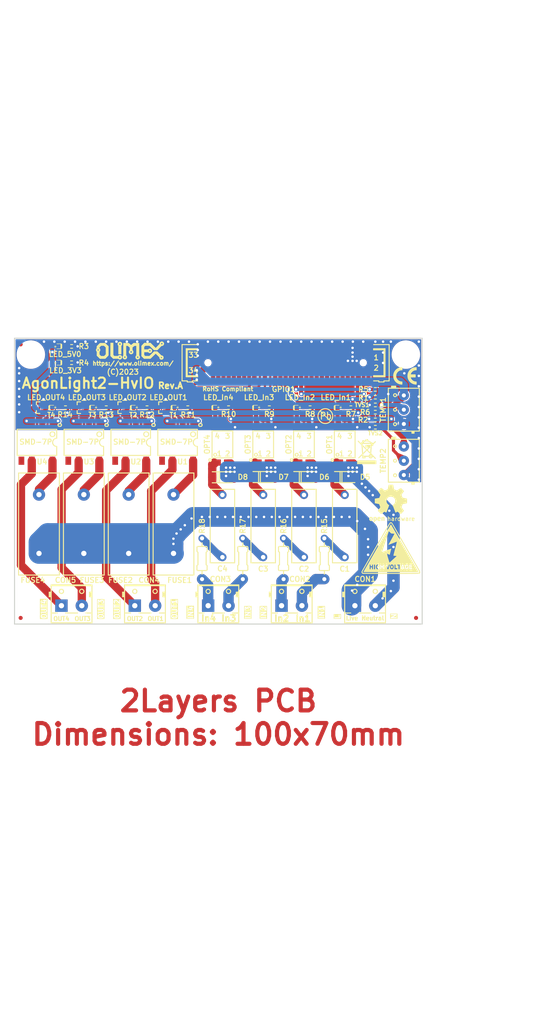
<source format=kicad_pcb>
(kicad_pcb (version 20221018) (generator pcbnew)
  (title_block (title "AgonLight2-HvIO") (date "2023-12-07") (rev "A1") (company "OLIMEX LTD") (comment 1 "https://www.olimex.com/"))
  (layers (0 "F.Cu" signal) (31 "B.Cu" signal) (34 "B.Paste" user) (35 "F.Paste" user) (36 "B.SilkS" user "B.Silkscreen") (37 "F.SilkS" user "F.Silkscreen") (38 "B.Mask" user) (39 "F.Mask" user) (44 "Edge.Cuts" user))
  (net 0 "")
  (net 1 "GND")
  (net 2 "+5V")
  (net 3 "VBAT")
  (net 4 "EZ80_PC6")
  (net 5 "/ESP_GPI39")
  (net 6 "+3.3V")
  (net 7 "/ESP_GPI35")
  (net 8 "/ESP_GPIO27")
  (net 9 "/ESP_GPIO26")
  (net 10 "/ESP_GPI36")
  (net 11 "EZ80_PC0")
  (net 12 "EZ80_PC1")
  (net 13 "EZ80_PC2")
  (net 14 "EZ80_PC3")
  (net 15 "EZ80_PC4")
  (net 16 "EZ80_PC5")
  (net 17 "EZ80_PC7")
  (net 18 "+5V_USB")
  (net 19 "/ESP_GPI37")
  (net 20 "/ESP_GPI38")
  (net 21 "EZ80_PD6")
  (net 22 "EZ80_PD7")
  (net 23 "/EZ80_PD4")
  (net 24 "/EZ80_PD5")
  (net 25 "/EZ80_PB2\\SS#")
  (net 26 "/EZ80_PB5")
  (net 27 "/EZ80_PB6\\MICROSD_MISO")
  (net 28 "/EZ80_PHI\\CLKOUT")
  (net 29 "/EZ80_SDA")
  (net 30 "/EZ80_SCL")
  (net 31 "/EZ80_PB3\\MICROSD_CLK")
  (net 32 "/EZ80_PB7\\MICROSD_MOSI")
  (net 33 "Net-(LED_OUT1-A)")
  (net 34 "Net-(LED_OUT1-K)")
  (net 35 "/FUSE2")
  (net 36 "/Live")
  (net 37 "Net-(T1-C)")
  (net 39 "/OUT1")
  (net 40 "/FUSE1")
  (net 41 "/FUSE3")
  (net 42 "/FUSE4")
  (net 43 "Net-(LED_OUT2-A)")
  (net 44 "Net-(LED_OUT2-K)")
  (net 45 "Net-(LED_OUT3-A)")
  (net 46 "Net-(LED_OUT3-K)")
  (net 47 "Net-(LED_OUT4-A)")
  (net 48 "Net-(LED_OUT4-K)")
  (net 49 "/OUT2")
  (net 50 "/OUT4")
  (net 51 "/OUT3")
  (net 52 "/Neutral")
  (net 53 "Net-(T2-C)")
  (net 54 "Net-(T3-C)")
  (net 55 "Net-(T4-C)")
  (net 62 "Net-(LED_In1-A)")
  (net 63 "Net-(LED_In2-A)")
  (net 64 "Net-(LED_In3-A)")
  (net 65 "Net-(LED_In4-A)")
  (net 66 "/In1")
  (net 67 "/In2")
  (net 68 "/In4")
  (net 69 "/In3")
  (net 70 "/I12")
  (net 71 "/I11")
  (net 72 "/I22")
  (net 73 "/I21")
  (net 74 "/I32")
  (net 75 "/I31")
  (net 76 "/I42")
  (net 77 "/I41")
  (net 78 "Net-(LED_3V3-K)")
  (net 79 "Net-(LED_5V0-K)")
  (net 80 "Net-(TVS1-IO1)")
  (net 81 "Net-(TVS2-IO1)")
  (footprint "OLIMEX_RLC-FP:R_0402_5MIL_DWS" (layer "F.Cu") (at 69.008 102)
    (fp_text reference "R3")
    (fp_text value "1k/R0402")
  )
  (footprint "OLIMEX_Other-FP:Fiducial1x3" (layer "F.Cu") (at 56.5 101.5)
    (fp_text reference "FID2" hide)
    (fp_text value "Fiducial" hide)
  )
  (footprint "OLIMEX_Connectors-FP:TB2-DG306-5.0_2P" (layer "F.Cu") (at 105 165.5)
    (fp_text reference "CON3")
    (fp_text value "DG306-5.0-2P")
  )
  (footprint "OLIMEX_LEDs-FP:LED_0603_KA" (layer "F.Cu") (at 65 117)
    (fp_text reference "LED_OUT4")
    (fp_text value "LED/Red/0603")
  )
  (footprint "OLIMEX_Devices-FP:SMD7_L9.70xW6.40_P2.54mm" (layer "F.Cu") (at 95 125.5 -90)
    (fp_text reference "U1")
    (fp_text value "BC3213A(SMD7)")
  )
  (footprint "OLIMEX_RLC-FP:R_0402_5MIL_DWS" (layer "F.Cu") (at 143.51 114.427)
    (fp_text reference "R1")
    (fp_text value "4.7k/R0402")
  )
  (footprint "OLIMEX_Diodes-FP:SMA-KA" (layer "F.Cu") (at 106 134.055)
    (fp_text reference "D8")
    (fp_text value "1N4007/SMA")
  )
  (footprint "OLIMEX_RLC-FP:R_0402_5MIL_DWS" (layer "F.Cu") (at 67.5 117)
    (fp_text reference "R14")
    (fp_text value "200R/R0402")
  )
  (footprint "OLIMEX_Other-FP:Mounting_Hole_Drill-3.3mm_Clerance-7mm" (layer "F.Cu") (at 59 166)
    (fp_text reference "MH1" hide)
    (fp_text value "Mounting_Hole_NPTH" hide)
  )
  (footprint "OLIMEX_Devices-FP:H11A817C_SMD(PC817X3NIP06)_FP" (layer "F.Cu") (at 126 126)
    (fp_text reference "OPT2")
    (fp_text value "PC817CS_CYPC817(C-TP2)")
  )
  (footprint "OLIMEX_RLC-FP:C600-700x250mils" (layer "F.Cu") (at 106 146 -90)
    (fp_text reference "C4")
    (fp_text value "100nF/250V/X2/PTH")
  )
  (footprint "OLIMEX_Devices-FP:SMD7_L9.70xW6.40_P2.54mm" (layer "F.Cu") (at 72 125.5 -90)
    (fp_text reference "U3")
    (fp_text value "BC3213A(SMD7)")
  )
  (footprint "OLIMEX_Signs-FP:Sign_PB-Free" (layer "F.Cu") (at 131.445 119.38)
    (fp_text reference "Sign_PB-Free")
    (fp_text value "Sign_PB-Free")
  )
  (footprint "OLIMEX_Diodes-FP:D_0402_5MIL_DWS" (layer "F.Cu") (at 143.51 116.332 180)
    (fp_text reference "TVS1")
    (fp_text value "GG0402052R542P")
  )
  (footprint "OLIMEX_Other-FP:Mounting_Hole_Drill-3.3mm_Clerance-7mm" (layer "F.Cu") (at 151 104)
    (fp_text reference "MH3" hide)
    (fp_text value "Mounting_Hole_NPTH" hide)
  )
  (footprint "OLIMEX_RLC-FP:R_0402_5MIL_DWS" (layer "F.Cu") (at 137.508 117)
    (fp_text reference "R7")
    (fp_text value "1k/R0402")
  )
  (footprint "OLIMEX_Connectors-FP:TB2-DG306-5.0_2P" (layer "F.Cu") (at 141 165.5)
    (fp_text reference "CON1")
    (fp_text value "DG306-5.0-2P")
  )
  (footprint "OLIMEX_Signs-FP:Sign_RecycleBin_1" (layer "F.Cu") (at 139.065 130.81)
    (fp_text reference "Sign_RecycleBin_1" hide)
    (fp_text value "Sign_RecycleBin_1" hide)
  )
  (footprint "OLIMEX_Connectors-FP:TB2-DG306-5.0_2P" (layer "F.Cu") (at 69 165.5)
    (fp_text reference "CON5")
    (fp_text value "DG306-5.0-2P")
  )
  (footprint "OLIMEX_LEDs-FP:LED_0603_KA" (layer "F.Cu") (at 135 117)
    (fp_text reference "LED_In1")
    (fp_text value "LED/Red/0603")
  )
  (footprint "OLIMEX_RLC-FP:R_0.25W_PTH" (layer "F.Cu") (at 101 154 90)
    (fp_text reference "R18")
    (fp_text value "1k/0.25W/1%/PTH(Metal-Film)")
  )
  (footprint "OLIMEX_RLC-FP:C600-700x250mils" (layer "F.Cu") (at 116 146 -90)
    (fp_text reference "C3")
    (fp_text value "100nF/250V/X2/PTH")
  )
  (footprint "OLIMEX_Devices-FP:SMD7_L9.70xW6.40_P2.54mm" (layer "F.Cu") (at 83.5 125.5 -90)
    (fp_text reference "U2")
    (fp_text value "BC3213A(SMD7)")
  )
  (footprint "OLIMEX_Connectors-FP:TB2-DG306-5.0_2P" (layer "F.Cu") (at 87 165.5)
    (fp_text reference "CON4")
    (fp_text value "DG306-5.0-2P")
  )
  (footprint "OLIMEX_Devices-FP:SMD7_L9.70xW6.40_P2.54mm" (layer "F.Cu") (at 60.5 125.5 -90)
    (fp_text reference "U4")
    (fp_text value "BC3213A(SMD7)")
  )
  (footprint "OLIMEX_RLC-FP:R_0402_5MIL_DWS" (layer "F.Cu") (at 143.51 120.015)
    (fp_text reference "R2")
    (fp_text value "4.7k/R0402")
  )
  (footprint "OLIMEX_Connectors-FP:TB3-3.5mm" (layer "F.Cu") (at 150.5 130 -90)
    (fp_text reference "TEMP2")
    (fp_text value "TB3-3.5ММ(HD-351_3P)")
  )
  (footprint "OLIMEX_RLC-FP:R_0402_5MIL_DWS" (layer "F.Cu") (at 69 106)
    (fp_text reference "R4")
    (fp_text value "1k/R0402")
  )
  (footprint "OLIMEX_Diodes-FP:SMA-KA" (layer "F.Cu") (at 126 134)
    (fp_text reference "D6")
    (fp_text value "1N4007/SMA")
  )
  (footprint "OLIMEX_Connectors-FP:TB2-DG306-5.0_2P" (layer "F.Cu") (at 123 165.5)
    (fp_text reference "CON2")
    (fp_text value "DG306-5.0-2P")
  )
  (footprint "OLIMEX_RLC-FP:R_0.25W_PTH" (layer "F.Cu") (at 131 154 90)
    (fp_text reference "R15")
    (fp_text value "1k/0.25W/1%/PTH(Metal-Film)")
  )
  (footprint "OLIMEX_Signs-FP:Logo_OLIMEX_TB" (layer "F.Cu") (at 83.5 103)
    (fp_text reference "Logo_OLIMEX_TB" hide)
    (fp_text value "Logo_OLIMEX_TB" hide)
  )
  (footprint "OLIMEX_Transistors-FP:SOT23" (layer "F.Cu") (at 71 117)
    (fp_text reference "T3")
    (fp_text value "LMUN2211LT1G(SOT-23)")
  )
  (footprint "OLIMEX_Diodes-FP:SMA-KA" (layer "F.Cu") (at 136 134)
    (fp_text reference "D5")
    (fp_text value "1N4007/SMA")
  )
  (footprint "OLIMEX_Devices-FP:H11A817C_SMD(PC817X3NIP06)_FP" (layer "F.Cu") (at 106 126)
    (fp_text reference "OPT4")
    (fp_text value "PC817CS_CYPC817(C-TP2)")
  )
  (footprint "OLIMEX_Diodes-FP:SMA-KA" (layer "F.Cu") (at 116 134)
    (fp_text reference "D7")
    (fp_text value "1N4007/SMA")
  )
  (footprint "OLIMEX_Other-FP:Mounting_Hole_Drill-3.3mm_Clerance-7mm" (layer "F.Cu") (at 151 166)
    (fp_text reference "MH4" hide)
    (fp_text value "Mounting_Hole_NPTH" hide)
  )
  (footprint "OLIMEX_Transistors-FP:SOT23" (layer "F.Cu") (at 91 117)
    (fp_text reference "T1")
    (fp_text value "LMUN2211LT1G(SOT-23)")
  )
  (footprint "OLIMEX_Other-FP:Mounting_Hole_Drill-3.3mm_Clerance-7mm" (layer "F.Cu") (at 59 104)
    (fp_text reference "MH2" hide)
    (fp_text value "Mounting_Hole_NPTH" hide)
  )
  (footprint "OLIMEX_RLC-FP:R_0402_5MIL_DWS" (layer "F.Cu") (at 107.5 117)
    (fp_text reference "R10")
    (fp_text value "1k/R0402")
  )
  (footprint "OLIMEX_RLC-FP:R_0402_5MIL_DWS" (layer "F.Cu") (at 143.51 118.11)
    (fp_text reference "R6")
    (fp_text value "33R/R0402")
  )
  (footprint "OLIMEX_Devices-FP:FUSE-HOLDER_BF-103" (layer "F.Cu") (at 94 145.5 -90)
    (fp_text reference "FUSE1")
    (fp_text value "BF-103")
  )
  (footprint "OLIMEX_RLC-FP:R_0.25W_PTH" (layer "F.Cu") (at 121 154 90)
    (fp_text reference "R16")
    (fp_text value "1k/0.25W/1%/PTH(Metal-Film)")
  )
  (footprint "OLIMEX_LEDs-FP:LED_0603_KA" (layer "F.Cu") (at 125 117)
    (fp_text reference "LED_In2")
    (fp_text value "LED/Red/0603")
  )
  (footprint "OLIMEX_Transistors-FP:SOT23" (layer "F.Cu") (at 61 117)
    (fp_text reference "T4")
    (fp_text value "LMUN2211LT1G(SOT-23)")
  )
  (footprint "OLIMEX_Signs-FP:High-Voltage" (layer "F.Cu") (at 147.32 151.384)
    (fp_text reference "G***" hide)
    (fp_text value "LOGO" hide)
  )
  (footprint "OLIMEX_Devices-FP:FUSE-HOLDER_BF-103" (layer "F.Cu") (at 83 145.5 -90)
    (fp_text reference "FUSE2")
    (fp_text value "BF-103")
  )
  (footprint "OLIMEX_Devices-FP:FUSE-HOLDER_BF-103" (layer "F.Cu") (at 61 145.5 -90)
    (fp_text reference "FUSE4")
    (fp_text value "BF-103")
  )
  (footprint "OLIMEX_Connectors-FP:TB3-3.5mm" (layer "F.Cu") (at 150.5 117.5 -90)
    (fp_text reference "TEMP1")
    (fp_text value "TB3-3.5ММ(HD-351_3P)")
  )
  (footprint "OLIMEX_Other-FP:Fiducial1x3" (layer "F.Cu") (at 56.5 168.5)
    (fp_text reference "FID1" hide)
    (fp_text value "Fiducial" hide)
  )
  (footprint "OLIMEX_LEDs-FP:LED_0603_KA" (layer "F.Cu") (at 65 102 180)
    (fp_text reference "LED_5V0")
    (fp_text value "LED/Red/0603")
  )
  (footprint "OLIMEX_Transistors-FP:SOT23" (layer "F.Cu") (at 81 117)
    (fp_text reference "T2")
    (fp_text value "LMUN2211LT1G(SOT-23)")
  )
  (footprint "OLIMEX_LEDs-FP:LED_0603_KA" (layer "F.Cu") (at 105 117)
    (fp_text reference "LED_In4")
    (fp_text value "LED/Red/0603")
  )
  (footprint "OLIMEX_LEDs-FP:LED_0603_KA" (layer "F.Cu") (at 115 117)
    (fp_text reference "LED_In3")
    (fp_text value "LED/Red/0603")
  )
  (footprint "OLIMEX_LEDs-FP:LED_0603_KA" (layer "F.Cu") (at 95 117)
    (fp_text reference "LED_OUT1")
    (fp_text value "LED/Red/0603")
  )
  (footprint "OLIMEX_Diodes-FP:D_0402_5MIL_DWS" (layer "F.Cu") (at 143.51 121.793 180)
    (fp_text reference "TVS2")
    (fp_text value "GG0402052R542P")
  )
  (footprint "OLIMEX_Devices-FP:H11A817C_SMD(PC817X3NIP06)_FP" (layer "F.Cu") (at 116 126)
    (fp_text reference "OPT3")
    (fp_text value "PC817CS_CYPC817(C-TP2)")
  )
  (footprint "OLIMEX_Signs-FP:Sign_OSHW_8x8" (layer "F.Cu") (at 147.32 139.954)
    (fp_text reference "Sign_OSHW_8x8" hide)
    (fp_text value "Sign_OSHW_8x8" hide)
  )
  (footprint "OLIMEX_Devices-FP:FUSE-HOLDER_BF-103" (layer "F.Cu") (at 72 145.5 -90)
    (fp_text reference "FUSE3")
    (fp_text value "BF-103")
  )
  (footprint "OLIMEX_LEDs-FP:LED_0603_KA" (layer "F.Cu") (at 75 117)
    (fp_text reference "LED_OUT3")
    (fp_text value "LED/Red/0603")
  )
  (footprint "OLIMEX_RLC-FP:C600-700x250mils" (layer "F.Cu") (at 136 146 -90)
    (fp_text reference "C1")
    (fp_text value "100nF/250V/X2/PTH")
  )
  (footprint "OLIMEX_RLC-FP:C600-700x250mils" (layer "F.Cu") (at 126 146 -90)
    (fp_text reference "C2")
    (fp_text value "100nF/250V/X2/PTH")
  )
  (footprint "OLIMEX_LEDs-FP:LED_0603_KA" (layer "F.Cu") (at 65 106 180)
    (fp_text reference "LED_3V3")
    (fp_text value "LED/Green/0603")
  )
  (footprint "OLIMEX_RLC-FP:R_0402_5MIL_DWS" (layer "F.Cu") (at 87.5 117)
    (fp_text reference "R12")
    (fp_text value "200R/R0402")
  )
  (footprint "OLIMEX_RLC-FP:R_0402_5MIL_DWS" (layer "F.Cu") (at 127.5 117)
    (fp_text reference "R8")
    (fp_text value "1k/R0402")
  )
  (footprint "OLIMEX_Connectors-FP:GBH-254-SMT-34" (layer "F.Cu") (at 121.5 106 180)
    (fp_text reference "GPIO1")
    (fp_text value "B-V-34-LF(GBH254SMT-34)")
  )
  (footprint "OLIMEX_Devices-FP:H11A817C_SMD(PC817X3NIP06)_FP" (layer "F.Cu") (at 136 126)
    (fp_text reference "OPT1")
    (fp_text value "PC817CS_CYPC817(C-TP2)")
  )
  (footprint "OLIMEX_RLC-FP:R_0402_5MIL_DWS" (layer "F.Cu") (at 77.5 117)
    (fp_text reference "R13")
    (fp_text value "200R/R0402")
  )
  (footprint "OLIMEX_Other-FP:Fiducial1x3" (layer "F.Cu") (at 153.5 168.5)
    (fp_text reference "FID3" hide)
    (fp_text value "Fiducial" hide)
  )
  (footprint "OLIMEX_Signs-FP:CE_Sign" (layer "F.Cu") (at 151.765 109.22)
    (fp_text reference "Sign_CE" hide)
    (fp_text value "CE_Sign" hide)
  )
  (footprint "OLIMEX_RLC-FP:R_0402_5MIL_DWS" (layer "F.Cu") (at 143.51 112.522)
    (fp_text reference "R5")
    (fp_text value "33R/R0402")
  )
  (footprint "OLIMEX_RLC-FP:R_0.25W_PTH" (layer "F.Cu") (at 111 154 90)
    (fp_text reference "R17")
    (fp_text value "1k/0.25W/1%/PTH(Metal-Film)")
  )
  (footprint "OLIMEX_RLC-FP:R_0402_5MIL_DWS" (layer "F.Cu") (at 97.5 117)
    (fp_text reference "R11")
    (fp_text value "200R/R0402")
  )
  (footprint "OLIMEX_RLC-FP:R_0402_5MIL_DWS" (layer "F.Cu") (at 117.5 117)
    (fp_text reference "R9")
    (fp_text value "1k/R0402")
  )
  (footprint "OLIMEX_LEDs-FP:LED_0603_KA" (layer "F.Cu") (at 85 117)
    (fp_text reference "LED_OUT2")
    (fp_text value "LED/Red/0603")
  )
  (gr_line locked (start 155 100) (end 155 170) (stroke (width 0.254)) (layer "Edge.Cuts"))
  (gr_line locked (start 155 100) (end 55 100) (stroke (width 0.254)) (layer "Edge.Cuts"))
  (gr_line locked (start 155 170) (end 55 170) (stroke (width 0.254)) (layer "Edge.Cuts"))
  (gr_line locked (start 55 100) (end 55 170) (stroke (width 0.254)) (layer "Edge.Cuts"))
  (gr_text "2Layers PCB\nDimensions: 100x70mm" (at 105 200) (layer "F.Cu") (effects (font (size 5.08 5.08) (thickness 1.016) bold) (justify bottom)))
  (gr_text "In3" (at 105.537 169.4688) (layer "F.SilkS") (effects (font (size 1.524 1.524) (thickness 0.381) bold) (justify left bottom)))
  (gr_text "Live" (at 136.144 169.164) (layer "F.SilkS") (effects (font (size 1.016 1.016) (thickness 0.254) bold) (justify left bottom)))
  (gr_text "IN1" (at 131.064 168.91 90) (layer "F.SilkS" knockout) (effects (font (size 1.27 1.27) (thickness 0.254) bold) (justify left bottom)))
  (gr_text "IN4" (at 98.933 168.91 90) (layer "F.SilkS" knockout) (effects (font (size 1.27 1.27) (thickness 0.254) bold) (justify left bottom)))
  (gr_text "OUT2" (at 82.423 169.291) (layer "F.SilkS") (effects (font (size 1.016 1.016) (thickness 0.254) bold) (justify left bottom)))
  (gr_text "https://www.olimex.com/" (at 74 106.75) (layer "F.SilkS") (effects (font (size 1.016 1.016) (thickness 0.254) bold) (justify left bottom)))
  (gr_text "IN2" (at 116.84 168.91 90) (layer "F.SilkS" knockout) (effects (font (size 1.27 1.27) (thickness 0.254) bold) (justify left bottom)))
  (gr_text "Neutral" (at 139.954 169.164) (layer "F.SilkS") (effects (font (size 1.016 1.016) (thickness 0.254) bold) (justify left bottom)))
  (gr_text "Rev.A" (at 90 112.5) (layer "F.SilkS") (effects (font (size 1.524 1.524) (thickness 0.381) bold) (justify left bottom)))
  (gr_text "OUT1" (at 94.996 168.91 90) (layer "F.SilkS" knockout) (effects (font (size 1.27 1.27) (thickness 0.254) bold) (justify left bottom)))
  (gr_text "RoHS Compliant" (at 100.965 113.03) (layer "F.SilkS") (effects (font (size 1.016 1.016) (thickness 0.254) bold) (justify left bottom)))
  (gr_text "In1" (at 123.75 169.5) (layer "F.SilkS") (effects (font (size 1.524 1.524) (thickness 0.381) bold) (justify left bottom)))
  (gr_text "OUT3" (at 69.596 169.291) (layer "F.SilkS") (effects (font (size 1.016 1.016) (thickness 0.254) bold) (justify left bottom)))
  (gr_text "(C)2023" (at 77.5 109) (layer "F.SilkS") (effects (font (size 1.27 1.27) (thickness 0.254) bold) (justify left bottom)))
  (gr_text "OUT4" (at 62.992 168.91 90) (layer "F.SilkS" knockout) (effects (font (size 1.27 1.27) (thickness 0.254) bold) (justify left bottom)))
  (gr_text "In2" (at 118.5 169.5) (layer "F.SilkS") (effects (font (size 1.524 1.524) (thickness 0.381) bold) (justify left bottom)))
  (gr_text "L" (at 135.001 168.91 90) (layer "F.SilkS" knockout) (effects (font (size 1.27 1.27) (thickness 0.254) bold) (justify left bottom)))
  (gr_text "N" (at 148.844 168.9 90) (layer "F.SilkS" knockout) (effects (font (size 1.27 1.27) (thickness 0.254) bold) (justify left bottom)))
  (gr_text "OUT1" (at 87.503 169.291) (layer "F.SilkS") (effects (font (size 1.016 1.016) (thickness 0.254) bold) (justify left bottom)))
  (gr_text "OUT3" (at 76.962 168.91 90) (layer "F.SilkS" knockout) (effects (font (size 1.27 1.27) (thickness 0.254) bold) (justify left bottom)))
  (gr_text "AgonLight2-HvIO" (at 56.5 112.5) (layer "F.SilkS") (effects (font (size 2.54 2.54) (thickness 0.508) bold) (justify left bottom)))
  (gr_text "In4" (at 100.584 169.4688) (layer "F.SilkS") (effects (font (size 1.524 1.524) (thickness 0.381) bold) (justify left bottom)))
  (gr_text "IN3" (at 113.03 168.91 90) (layer "F.SilkS" knockout) (effects (font (size 1.27 1.27) (thickness 0.254) bold) (justify left bottom)))
  (gr_text "OUT4" (at 64.389 169.291) (layer "F.SilkS") (effects (font (size 1.016 1.016) (thickness 0.254) bold) (justify left bottom)))
  (gr_text "OUT2" (at 80.899 168.91 90) (layer "F.SilkS" knockout) (effects (font (size 1.27 1.27) (thickness 0.254) bold) (justify left bottom)))
  (segment (start 92.10744 114.96744) (end 92.075 114.935) (width 1.27) (layer "F.Cu") (net 1))
  (segment (start 107.27 121.555) (end 107.508 121.793) (width 1.27) (layer "F.Cu") (net 1))
  (segment (start 137.922 101.517) (end 138.5985 102.1935) (width 1.27) (layer "F.Cu") (net 1))
  (segment (start 138.5985 102.1935) (end 138.5985 104.5625) (width 1.27) (layer "F.Cu") (net 1))
  (segment (start 82.10744 116.0475) (end 82.10744 114.99656) (width 1.27) (layer "F.Cu") (net 1))
  (segment (start 69.508 106) (end 70.403 106) (width 0.762) (layer "F.Cu") (net 1))
  (segment (start 62.103 116.04306) (end 62.10744 116.0475) (width 1.27) (layer "F.Cu") (net 1))
  (segment (start 136.74 105.498) (end 136.779 105.537) (width 1.27) (layer "F.Cu") (net 1))
  (segment (start 151.892 121) (end 153.797 121) (width 1.27) (layer "F.Cu") (net 1))
  (segment (start 70.466 102) (end 70.485 101.981) (width 0.762) (layer "F.Cu") (net 1))
  (segment (start 70.485 101.981) (end 99.949 101.981) (width 0.762) (layer "F.Cu") (net 1))
  (segment (start 70.485 105.918) (end 98.298 105.918) (width 0.762) (layer "F.Cu") (net 1))
  (segment (start 136.74 102.875) (end 136.74 101.18) (width 1.27) (layer "F.Cu") (net 1))
  (segment (start 153.797 111.76) (end 150.622 108.585) (width 1.27) (layer "F.Cu") (net 1))
  (segment (start 107.508 121.793) (end 109.093 121.793) (width 1.27) (layer "F.Cu") (net 1))
  (segment (start 138.938 105.537) (end 138.938 104.902) (width 1.27) (layer "F.Cu") (net 1))
  (segment (start 137.922 101.219) (end 137.922 101.517) (width 1.27) (layer "F.Cu") (net 1))
  (segment (start 137.27 121.555) (end 137.508 121.793) (width 1.27) (layer "F.Cu") (net 1))
  (segment (start 152.431 121) (end 153.797 122.366) (width 1.27) (layer "F.Cu") (net 1))
  (segment (start 153.797 130.203) (end 150.5 133.5) (width 1.27) (layer "F.Cu") (net 1))
  (segment (start 82.10744 114.99656) (end 82.169 114.935) (width 1.27) (layer "F.Cu") (net 1))
  (segment (start 136.779 105.537) (end 138.938 105.537) (width 1.27) (layer "F.Cu") (net 1))
  (segment (start 101.18 104.267) (end 99.949 104.267) (width 1.27) (layer "F.Cu") (net 1))
  (segment (start 72.136 114.935) (end 72.10744 114.96356) (width 1.27) (layer "F.Cu") (net 1))
  (segment (start 139.28 102.875) (end 139.28 101.219) (width 1.27) (layer "F.Cu") (net 1))
  (segment (start 99.954 102.875) (end 99.949 102.87) (width 1.27) (layer "F.Cu") (net 1))
  (segment (start 127.508 121.793) (end 129.032 121.793) (width 1.27) (layer "F.Cu") (net 1))
  (segment (start 117.27 121.555) (end 117.508 121.793) (width 1.27) (layer "F.Cu") (net 1))
  (segment (start 136.74 102.875) (end 136.74 105.498) (width 1.27) (layer "F.Cu") (net 1))
  (segment (start 143.002 116.332) (end 142.113 116.332) (width 0.762) (layer "F.Cu") (net 1))
  (segment (start 69.516 102) (end 69.516 105.992) (width 0.762) (layer "F.Cu") (net 1))
  (segment (start 62.103 114.935) (end 62.103 116.04306) (width 1.27) (layer "F.Cu") (net 1))
  (segment (start 101.18 101.473) (end 99.949 101.473) (width 1.27) (layer "F.Cu") (net 1))
  (segment (start 152.431 121) (end 153.797 119.634) (width 1.27) (layer "F.Cu") (net 1))
  (segment (start 117.508 121.793) (end 118.999 121.793) (width 1.27) (layer "F.Cu") (net 1))
  (segment (start 72.10744 116.0475) (end 72.10744 114.96356) (width 1.27) (layer "F.Cu") (net 1))
  (segment (start 69.516 102) (end 70.466 102) (width 0.762) (layer "F.Cu") (net 1))
  (segment (start 153.797 121) (end 153.797 119.634) (width 1.27) (layer "F.Cu") (net 1))
  (segment (start 101.18 102.875) (end 101.18 104.267) (width 1.27) (layer "F.Cu") (net 1))
  (segment (start 70.403 106) (end 70.485 105.918) (width 0.762) (layer "F.Cu") (net 1))
  (segment (start 151.892 121) (end 152.431 121) (width 1.27) (layer "F.Cu") (net 1))
  (segment (start 138.5985 104.5625) (end 138.938 104.902) (width 1.27) (layer "F.Cu") (net 1))
  (segment (start 153.797 121) (end 153.797 122.682) (width 1.27) (layer "F.Cu") (net 1))
  (segment (start 153.797 119.634) (end 153.797 111.76) (width 1.27) (layer "F.Cu") (net 1))
  (segment (start 137.883 101.18) (end 137.922 101.219) (width 1.27) (layer "F.Cu") (net 1))
  (segment (start 136.74 101.18) (end 137.883 101.18) (width 1.27) (layer "F.Cu") (net 1))
  (segment (start 143.002 121.793) (end 142.113 121.793) (width 0.762) (layer "F.Cu") (net 1))
  (segment (start 150.5 121) (end 151.892 121) (width 1.27) (layer "F.Cu") (net 1))
  (segment (start 69.516 105.992) (end 69.508 106) (width 0.762) (layer "F.Cu") (net 1))
  (segment (start 153.797 122.366) (end 153.797 122.682) (width 1.27) (layer "F.Cu") (net 1))
  (segment (start 138.5985 102.1935) (end 139.28 102.875) (width 1.27) (layer "F.Cu") (net 1))
  (segment (start 137.508 121.793) (end 139.065 121.793) (width 1.27) (layer "F.Cu") (net 1))
  (segment (start 153.797 122.682) (end 153.797 130.203) (width 1.27) (layer "F.Cu") (net 1))
  (segment (start 99.949 101.473) (end 99.949 101.981) (width 1.27) (layer "F.Cu") (net 1))
  (segment (start 139.28 101.219) (end 137.922 101.219) (width 1.27) (layer "F.Cu") (net 1))
  (segment (start 127.27 121.555) (end 127.508 121.793) (width 1.27) (layer "F.Cu") (net 1))
  (segment (start 101.18 102.875) (end 99.954 102.875) (width 1.27) (layer "F.Cu") (net 1))
  (segment (start 92.10744 116.0475) (end 92.10744 114.96744) (width 1.27) (layer "F.Cu") (net 1))
  (segment (start 99.949 101.981) (end 99.949 104.267) (width 1.27) (layer "F.Cu") (net 1))
  (segment (start 98.298 105.918) (end 99.949 104.267) (width 0.762) (layer "F.Cu") (net 1))
  (segment (start 139.28 104.56) (end 138.938 104.902) (width 1.27) (layer "F.Cu") (net 1))
  (segment (start 101.18 102.875) (end 101.18 101.473) (width 1.27) (layer "F.Cu") (net 1))
  (segment (start 137.922 101.219) (end 137.922 105.537) (width 1.27) (layer "F.Cu") (net 1))
  (segment (start 139.28 102.875) (end 139.28 104.56) (width 1.27) (layer "F.Cu") (net 1))
  (via (at 56.134 114.3) (size 1) (drill 0.6) (layers "F.Cu" "B.Cu") (net 1))
  (via (at 99.949 102.87) (size 1) (drill 0.6) (layers "F.Cu" "B.Cu") (net 1))
  (via (at 102.4382 100.838) (size 1) (drill 0.6) (layers "F.Cu" "B.Cu") (net 1))
  (via (at 64.77 100.838) (size 1) (drill 0.6) (layers "F.Cu" "B.Cu") (net 1))
  (via (at 95.25 100.838) (size 1) (drill 0.6) (layers "F.Cu" "B.Cu") (net 1))
  (via (at 77.47 100.838) (size 1) (drill 0.6) (layers "F.Cu" "B.Cu") (net 1))
  (via (at 117.6782 100.838) (size 1) (drill 0.6) (layers "F.Cu" "B.Cu") (net 1))
  (via (at 70.485 105.918) (size 1) (drill 0.6) (layers "F.Cu" "B.Cu") (net 1))
  (via (at 90.17 100.838) (size 1) (drill 0.6) (layers "F.Cu" "B.Cu") (net 1))
  (via (at 145.415 100.838) (size 1) (drill 0.6) (layers "F.Cu" "B.Cu") (net 1))
  (via (at 154.178 134.62) (size 1) (drill 0.6) (layers "F.Cu" "B.Cu") (net 1))
  (via (at 109.093 121.793) (size 1) (drill 0.6) (layers "F.Cu" "B.Cu") (net 1))
  (via (at 154.178 124.46) (size 1) (drill 0.6) (layers "F.Cu" "B.Cu") (net 1))
  (via (at 137.922 105.537) (size 1) (drill 0.6) (layers "F.Cu" "B.Cu") (net 1))
  (via (at 92.71 100.838) (size 1) (drill 0.6) (layers "F.Cu" "B.Cu") (net 1))
  (via (at 74.93 100.838) (size 1) (drill 0.6) (layers "F.Cu" "B.Cu") (net 1))
  (via (at 122.7582 100.838) (size 1) (drill 0.6) (layers "F.Cu" "B.Cu") (net 1))
  (via (at 70.485 101.981) (size 1) (drill 0.6) (layers "F.Cu" "B.Cu") (net 1))
  (via (at 154.178 109.22) (size 1) (drill 0.6) (layers "F.Cu" "B.Cu") (net 1))
  (via (at 56.134 107.315) (size 1) (drill 0.6) (layers "F.Cu" "B.Cu") (net 1))
  (via (at 142.113 116.332) (size 1) (drill 0.6) (layers "F.Cu" "B.Cu") (net 1))
  (via (at 154.178 116.84) (size 1) (drill 0.6) (layers "F.Cu" "B.Cu") (net 1))
  (via (at 85.09 100.838) (size 1) (drill 0.6) (layers "F.Cu" "B.Cu") (net 1))
  (via (at 72.136 114.935) (size 1) (drill 0.6) (layers "F.Cu" "B.Cu") (net 1))
  (via (at 138.938 105.537) (size 1) (drill 0.6) (layers "F.Cu" "B.Cu") (net 1))
  (via (at 154.178 121.92) (size 1) (drill 0.6) (layers "F.Cu" "B.Cu") (net 1))
  (via (at 145.415 106.045) (size 1) (drill 0.6) (layers "F.Cu" "B.Cu") (net 1))
  (via (at 69.85 100.838) (size 1) (drill 0.6) (layers "F.Cu" "B.Cu") (net 1))
  (via (at 82.169 114.935) (size 1) (drill 0.6) (layers "F.Cu" "B.Cu") (net 1))
  (via (at 56.134 118.11) (size 1) (drill 0.6) (layers "F.Cu" "B.Cu") (net 1))
  (via (at 87.63 100.838) (size 1) (drill 0.6) (layers "F.Cu" "B.Cu") (net 1))
  (via (at 56.134 108.585) (size 1) (drill 0.6) (layers "F.Cu" "B.Cu") (net 1))
  (via (at 139.065 121.793) (size 1) (drill 0.6) (layers "F.Cu" "B.Cu") (net 1))
  (via (at 56.134 112.395) (size 1) (drill 0.6) (layers "F.Cu" "B.Cu") (net 1))
  (via (at 97.79 100.838) (size 1) (drill 0.6) (layers "F.Cu" "B.Cu") (net 1))
  (via (at 137.922 104.521) (size 1) (drill 0.6) (layers "F.Cu" "B.Cu") (net 1))
  (via (at 67.31 100.838) (size 1) (drill 0.6) (layers "F.Cu" "B.Cu") (net 1))
  (via (at 154.178 132.08) (size 1) (drill 0.6) (layers "F.Cu" "B.Cu") (net 1))
  (via (at 118.999 121.793) (size 1) (drill 0.6) (layers "F.Cu" "B.Cu") (net 1))
  (via (at 146.685 113.665) (size 1) (drill 0.6) (layers "F.Cu" "B.Cu") (net 1))
  (via (at 56.134 110.49) (size 1) (drill 0.6) (layers "F.Cu" "B.Cu") (net 1))
  (via (at 154.178 119.38) (size 1) (drill 0.6) (layers "F.Cu" "B.Cu") (net 1))
  (via (at 137.922 102.362) (size 1) (drill 0.6) (layers "F.Cu" "B.Cu") (net 1))
  (via (at 154.178 114.3) (size 1) (drill 0.6) (layers "F.Cu" "B.Cu") (net 1))
  (via (at 154.178 100.838) (size 1) (drill 0.6) (layers "F.Cu" "B.Cu") (net 1))
  (via (at 137.9982 100.838) (size 1) (drill 0.6) (layers "F.Cu" "B.Cu") (net 1))
  (via (at 136.779 105.537) (size 1) (drill 0.6) (layers "F.Cu" "B.Cu") (net 1))
  (via (at 107.5182 100.838) (size 1) (drill 0.6) (layers "F.Cu" "B.Cu") (net 1))
  (via (at 120.2436 100.838) (size 1) (drill 0.6) (layers "F.Cu" "B.Cu") (net 1))
  (via (at 125.3236 100.838) (size 1) (drill 0.6) (layers "F.Cu" "B.Cu") (net 1))
  (via (at 72.39 100.838) (size 1) (drill 0.6) (layers "F.Cu" "B.Cu") (net 1))
  (via (at 110.0582 100.838) (size 1) (drill 0.6) (layers "F.Cu" "B.Cu") (net 1))
  (via (at 150.622 108.585) (size 1) (drill 0.6) (layers "F.Cu" "B.Cu") (net 1))
  (via (at 140.5382 100.838) (size 1) (drill 0.6) (layers "F.Cu" "B.Cu") (net 1))
  (via (at 145.415 103.505) (size 1) (drill 0.6) (layers "F.Cu" "B.Cu") (net 1))
  (via (at 115.1382 100.838) (size 1) (drill 0.6) (layers "F.Cu" "B.Cu") (net 1))
  (via (at 130.3782 100.838) (size 1) (drill 0.6) (layers "F.Cu" "B.Cu") (net 1))
  (via (at 56.134 116.205) (size 1) (drill 0.6) (layers "F.Cu" "B.Cu") (net 1))
  (via (at 99.949 104.267) (size 1) (drill 0.6) (layers "F.Cu" "B.Cu") (net 1))
  (via (at 137.922 103.505) (size 1) (drill 0.6) (layers "F.Cu" "B.Cu") (net 1))
  (via (at 154.178 111.76) (size 1) (drill 0.6) (layers "F.Cu" "B.Cu") (net 1))
  (via (at 143.51 100.838) (size 1) (drill 0.6) (layers "F.Cu" "B.Cu") (net 1))
  (via (at 112.6236 100.838) (size 1) (drill 0.6) (layers "F.Cu" "B.Cu") (net 1))
  (via (at 80.01 100.838) (size 1) (drill 0.6) (layers "F.Cu" "B.Cu") (net 1))
  (via (at 127.8636 100.838) (size 1) (drill 0.6) (layers "F.Cu" "B.Cu") (net 1))
  (via (at 154.178 129.54) (size 1) (drill 0.6) (layers "F.Cu" "B.Cu") (net 1))
  (via (at 99.949 101.473) (size 1) (drill 0.6) (layers "F.Cu" "B.Cu") (net 1))
  (via (at 135.4836 100.838) (size 1) (drill 0.6) (layers "F.Cu" "B.Cu") (net 1))
  (via (at 82.55 100.838) (size 1) (drill 0.6) (layers "F.Cu" "B.Cu") (net 1))
  (via (at 154.178 106.68) (size 1) (drill 0.6) (layers "F.Cu" "B.Cu") (net 1))
  (via (at 92.075 114.935) (size 1) (drill 0.6) (layers "F.Cu" "B.Cu") (net 1))
  (via (at 132.9182 100.838) (size 1) (drill 0.6) (layers "F.Cu" "B.Cu") (net 1))
  (via (at 62.103 114.935) (size 1) (drill 0.6) (layers "F.Cu" "B.Cu") (net 1))
  (via (at 142.113 121.793) (size 1) (drill 0.6) (layers "F.Cu" "B.Cu") (net 1))
  (via (at 104.9782 100.838) (size 1) (drill 0.6) (layers "F.Cu" "B.Cu") (net 1))
  (via (at 129.032 121.793) (size 1) (drill 0.6) (layers "F.Cu" "B.Cu") (net 1))
  (via (at 147.32 100.838) (size 1) (drill 0.6) (layers "F.Cu" "B.Cu") (net 1))
  (via (at 62.23 100.838) (size 1) (drill 0.6) (layers "F.Cu" "B.Cu") (net 1))
  (via (at 154.178 127) (size 1) (drill 0.6) (layers "F.Cu" "B.Cu") (net 1))
  (segment (start 142.113 121.793) (end 149.707 121.793) (width 1.27) (layer "B.Cu") (net 1))
  (segment (start 72.136 107.569) (end 70.485 105.918) (width 1.27) (layer "B.Cu") (net 1))
  (segment (start 150.622 108.585) (end 140.957394 108.585) (width 1.27) (layer "B.Cu") (net 1))
  (segment (start 93.472 116.332) (end 92.075 114.935) (width 1.27) (layer "B.Cu") (net 1))
  (segment (start 72.136 113.03) (end 72.136 107.569) (width 1.27) (layer "B.Cu") (net 1))
  (segment (start 70.231 114.935) (end 69.85 114.935) (width 1.27) (layer "B.Cu") (net 1))
  (segment (start 92.075 114.935) (end 82.169 114.935) (width 1.27) (layer "B.Cu") (net 1))
  (segment (start 143.891 118.11) (end 147.955 118.11) (width 1.27) (layer "B.Cu") (net 1))
  (segment (start 142.113 121.793) (end 139.065 121.793) (width 1.27) (layer "B.Cu") (net 1))
  (segment (start 74.295 114.935) (end 72.136 114.935) (width 1.27) (layer "B.Cu") (net 1))
  (segment (start 138.938 106.565606) (end 138.938 106.553) (width 1.27) (layer "B.Cu") (net 1))
  (segment (start 149.707 121.793) (end 150.5 121) (width 1.27) (layer "B.Cu") (net 1))
  (segment (start 56.642 121.793) (end 56.134 121.285) (width 1.27) (layer "B.Cu") (net 1))
  (segment (start 72.136 113.03) (end 74.041 114.935) (width 1.27) (layer "B.Cu") (net 1))
  (segment (start 142.113 116.332) (end 93.472 116.332) (width 1.27) (layer "B.Cu") (net 1))
  (segment (start 69.85 114.935) (end 62.103 114.935) (width 1.27) (layer "B.Cu") (net 1))
  (segment (start 129.032 121.793) (end 118.999 121.793) (width 1.27) (layer "B.Cu") (net 1))
  (segment (start 72.136 114.935) (end 69.85 114.935) (width 1.27) (layer "B.Cu") (net 1))
  (segment (start 142.113 116.332) (end 143.891 118.11) (width 1.27) (layer "B.Cu") (net 1))
  (segment (start 138.938 106.553) (end 137.922 105.537) (width 1.27) (layer "B.Cu") (net 1))
  (segment (start 118.999 121.793) (end 109.093 121.793) (width 1.27) (layer "B.Cu") (net 1))
  (segment (start 150.5 120.655) (end 150.5 121) (width 1.27) (layer "B.Cu") (net 1))
  (segment (start 139.065 121.793) (end 129.032 121.793) (width 1.27) (layer "B.Cu") (net 1))
  (segment (start 138.938 106.565606) (end 138.938 105.537) (width 1.27) (layer "B.Cu") (net 1))
  (segment (start 74.041 114.935) (end 74.295 114.935) (width 1.27) (layer "B.Cu") (net 1))
  (segment (start 72.136 113.03) (end 70.231 114.935) (width 1.27) (layer "B.Cu") (net 1))
  (segment (start 137.922 105.537) (end 138.938 105.537) (width 1.27) (layer "B.Cu") (net 1))
  (segment (start 109.093 121.793) (end 56.642 121.793) (width 1.27) (layer "B.Cu") (net 1))
  (segment (start 140.957394 108.585) (end 138.938 106.565606) (width 1.27) (layer "B.Cu") (net 1))
  (segment (start 72.136 114.935) (end 72.136 113.03) (width 1.27) (layer "B.Cu") (net 1))
  (segment (start 147.955 118.11) (end 150.5 120.655) (width 1.27) (layer "B.Cu") (net 1))
  (segment (start 82.169 114.935) (end 74.295 114.935) (width 1.27) (layer "B.Cu") (net 1))
  (segment (start 56.134 121.285) (end 56.134 107.315) (width 1.27) (layer "B.Cu") (net 1))
  (segment (start 139.319 109.164) (end 139.319 118.237) (width 1.27) (layer "F.Cu") (net 2))
  (segment (start 78.008 117) (end 78.008 118.207) (width 0.762) (layer "F.Cu") (net 2))
  (segment (start 68.008 117) (end 68.008 118.174) (width 0.762) (layer "F.Cu") (net 2))
  (segment (start 68.008 118.174) (end 67.945 118.237) (width 0.762) (layer "F.Cu") (net 2))
  (segment (start 88.008 118.234) (end 88.011 118.237) (width 0.762) (layer "F.Cu") (net 2))
  (segment (start 98.008 118.201) (end 98.044 118.237) (width 0.762) (layer "F.Cu") (net 2))
  (segment (start 98.008 117) (end 98.008 118.201) (width 0.762) (layer "F.Cu") (net 2))
  (segment (start 88.008 117) (end 88.008 118.234) (width 0.762) (layer "F.Cu") (net 2))
  (segment (start 78.008 118.207) (end 77.978 118.237) (width 0.762) (layer "F.Cu") (net 2))
  (segment (start 64.238 102) (end 64.238 103.354) (width 1.016) (layer "F.Cu") (net 2))
  (segment (start 139.28 109.125) (end 139.319 109.164) (width 1.016) (layer "F.Cu") (net 2))
  (via (at 88.011 118.237) (size 1) (drill 0.6) (layers "F.Cu" "B.Cu") (net 2))
  (via (at 139.319 118.237) (size 1) (drill 0.6) (layers "F.Cu" "B.Cu") (net 2))
  (via (at 77.978 118.237) (size 1) (drill 0.6) (layers "F.Cu" "B.Cu") (net 2))
  (via (at 64.262 103.378) (size 1) (drill 0.6) (layers "F.Cu" "B.Cu") (net 2))
  (via (at 98.044 118.237) (size 1) (drill 0.6) (layers "F.Cu" "B.Cu") (net 2))
  (via (at 67.945 118.237) (size 1) (drill 0.6) (layers "F.Cu" "B.Cu") (net 2))
  (segment (start 139.319 118.237) (end 98.044 118.237) (width 1.27) (layer "B.Cu") (net 2))
  (segment (start 67.945 118.237) (end 61.214 118.237) (width 1.27) (layer "B.Cu") (net 2))
  (segment (start 88.011 118.237) (end 77.978 118.237) (width 1.27) (layer "B.Cu") (net 2))
  (segment (start 59.944 116.967) (end 59.944 111.76) (width 1.27) (layer "B.Cu") (net 2))
  (segment (start 64.262 107.442) (end 64.262 103.378) (width 1.27) (layer "B.Cu") (net 2))
  (segment (start 98.044 118.237) (end 88.011 118.237) (width 1.27) (layer "B.Cu") (net 2))
  (segment (start 61.214 118.237) (end 59.944 116.967) (width 1.27) (layer "B.Cu") (net 2))
  (segment (start 59.944 111.76) (end 64.262 107.442) (width 1.27) (layer "B.Cu") (net 2))
  (segment (start 77.978 118.237) (end 67.945 118.237) (width 1.27) (layer "B.Cu") (net 2))
  (segment locked (start 72.30744 117.94996) (end 72.10744 117.94996) (width 0.508) (layer "F.Cu") (net 4))
  (segment locked (start 114.681 112.014) (end 113.423765 112.014) (width 0.508) (layer "F.Cu") (net 4))
  (segment locked (start 113.88 104.609) (end 115.189 105.918) (width 0.508) (layer "F.Cu") (net 4))
  (segment locked (start 75.946 112.776) (end 73.31544 115.40656) (width 0.508) (layer "F.Cu") (net 4))
  (segment locked (start 115.189 105.918) (end 115.189 111.506) (width 0.508) (layer "F.Cu") (net 4))
  (segment locked (start 73.31544 116.94196) (end 72.30744 117.94996) (width 0.508) (layer "F.Cu") (net 4))
  (segment locked (start 115.189 111.506) (end 114.681 112.014) (width 0.508) (layer "F.Cu") (net 4))
  (segment locked (start 73.31544 115.40656) (end 73.31544 116.94196) (width 0.508) (layer "F.Cu") (net 4))
  (segment locked (start 113.88 102.875) (end 113.88 104.609) (width 0.508) (layer "F.Cu") (net 4))
  (segment locked (start 112.661765 112.776) (end 75.946 112.776) (width 0.508) (layer "F.Cu") (net 4))
  (segment locked (start 113.423765 112.014) (end 112.661765 112.776) (width 0.508) (layer "F.Cu") (net 4))
  (segment (start 108.008 119.692) (end 108.077 119.761) (width 0.762) (layer "F.Cu") (net 6))
  (segment (start 118.008 117) (end 118.008 119.736) (width 0.762) (layer "F.Cu") (net 6))
  (segment (start 64.238 106) (end 64.238 109.069) (width 1.27) (layer "F.Cu") (net 6))
  (segment (start 98.298 110.109) (end 99.695 110.109) (width 1.27) (layer "F.Cu") (net 6))
  (segment (start 142.24 120.015) (end 141.986 119.761) (width 0.762) (layer "F.Cu") (net 6))
  (segment (start 99.695 107.823) (end 97.409 110.109) (width 1.27) (layer "F.Cu") (net 6))
  (segment (start 64.238 109.069) (end 65.278 110.109) (width 1.27) (layer "F.Cu") (net 6))
  (segment (start 150.5 114) (end 147.447008 117.052992) (width 1.27) (layer "F.Cu") (net 6))
  (segment (start 101.18 109.125) (end 101.18 110.021) (width 1.27) (layer "F.Cu") (net 6))
  (segment (start 101.092 110.109) (end 99.695 110.109) (width 1.27) (layer "F.Cu") (net 6))
  (segment (start 99.695 108.966) (end 99.441 108.966) (width 1.27) (layer "F.Cu") (net 6))
  (segment (start 128.008 119.753) (end 128.016 119.761) (width 0.762) (layer "F.Cu") (net 6))
  (segment (start 97.409 110.109) (end 97.155 110.109) (width 1.27) (layer "F.Cu") (net 6))
  (segment (start 99.695 108.966) (end 101.021 108.966) (width 1.27) (layer "F.Cu") (net 6))
  (segment (start 99.695 107.823) (end 101.092 107.823) (width 1.27) (layer "F.Cu") (net 6))
  (segment (start 101.092 107.823) (end 101.18 107.735) (width 1.27) (layer "F.Cu") (net 6))
  (segment (start 101.021 108.966) (end 101.18 109.125) (width 1.27) (layer "F.Cu") (net 6))
  (segment (start 101.18 109.125) (end 101.18 107.735) (width 1.27) (layer "F.Cu") (net 6))
  (segment (start 150.5 124.465) (end 147.447008 121.412008) (width 1.27) (layer "F.Cu") (net 6))
  (segment (start 99.441 108.966) (end 98.298 110.109) (width 1.27) (layer "F.Cu") (net 6))
  (segment (start 138.016 117) (end 138.016 115.029) (width 0.762) (layer "F.Cu") (net 6))
  (segment (start 138.016 115.029) (end 137.922 114.935) (width 0.762) (layer "F.Cu") (net 6))
  (segment (start 97.155 110.109) (end 98.298 110.109) (width 1.27) (layer "F.Cu") (net 6))
  (segment (start 143.002 120.015) (end 142.24 120.015) (width 0.762) (layer "F.Cu") (net 6))
  (segment (start 101.18 109.125) (end 99.854 109.125) (width 1.27) (layer "F.Cu") (net 6))
  (segment (start 150.5 126.5) (end 150.5 124.465) (width 1.27) (layer "F.Cu") (net 6))
  (segment (start 147.447008 121.412008) (end 147.447008 119.761008) (width 1.27) (layer "F.Cu") (net 6))
  (segment (start 99.695 107.823) (end 99.695 110.109) (width 1.27) (layer "F.Cu") (net 6))
  (segment (start 138.016 117) (end 138.016 119.761) (width 0.762) (layer "F.Cu") (net 6))
  (segment (start 128.008 117) (end 128.008 119.753) (width 0.762) (layer "F.Cu") (net 6))
  (segment (start 108.008 117) (end 108.008 119.692) (width 0.762) (layer "F.Cu") (net 6))
  (segment (start 101.18 110.021) (end 101.092 110.109) (width 1.27) (layer "F.Cu") (net 6))
  (segment (start 99.854 109.125) (end 99.695 108.966) (width 1.27) (layer "F.Cu") (net 6))
  (segment (start 147.447008 117.052992) (end 147.447008 119.761008) (width 1.27) (layer "F.Cu") (net 6))
  (segment (start 143.002 114.427) (end 142.113 114.427) (width 0.762) (layer "F.Cu") (net 6))
  (segment (start 118.008 119.736) (end 117.983 119.761) (width 0.762) (layer "F.Cu") (net 6))
  (segment (start 65.278 110.109) (end 97.155 110.109) (width 1.27) (layer "F.Cu") (net 6))
  (via (at 142.113 114.427) (size 1) (drill 0.6) (layers "F.Cu" "B.Cu") (net 6))
  (via (at 141.986 119.761) (size 1) (drill 0.6) (layers "F.Cu" "B.Cu") (net 6))
  (via (at 99.695 108.966) (size 1) (drill 0.6) (layers "F.Cu" "B.Cu") (net 6))
  (via (at 128.016 119.761) (size 1) (drill 0.6) (layers "F.Cu" "B.Cu") (net 6))
  (via (at 108.077 119.761) (size 1) (drill 0.6) (layers "F.Cu" "B.Cu") (net 6))
  (via (at 99.695 110.109) (size 1) (drill 0.6) (layers "F.Cu" "B.Cu") (net 6))
  (via (at 147.447008 119.761008) (size 1) (drill 0.6) (layers "F.Cu" "B.Cu") (net 6))
  (via (at 117.983 119.761) (size 1) (drill 0.6) (layers "F.Cu" "B.Cu") (net 6))
  (via (at 137.922 114.935) (size 1) (drill 0.6) (layers "F.Cu" "B.Cu") (net 6))
  (via (at 138.016 119.761) (size 1) (drill 0.6) (layers "F.Cu" "B.Cu") (net 6))
  (via (at 99.695 107.823) (size 1) (drill 0.6) (layers "F.Cu" "B.Cu") (net 6))
  (segment (start 124.079 110.617) (end 122.936 110.617) (width 2.032) (layer "B.Cu") (net 6))
  (segment (start 101.219 110.109) (end 99.695 110.109) (width 1.27) (layer "B.Cu") (net 6))
  (segment (start 149.606 110.617) (end 144.78 110.617) (width 2.032) (layer "B.Cu") (net 6))
  (segment (start 141.986 119.761) (end 147.447 119.761) (width 1.27) (layer "B.Cu") (net 6))
  (segment (start 122.936 110.617) (end 121.158 110.617) (width 2.032) (layer "B.Cu") (net 6))
  (segment (start 124.079 114.935) (end 122.778 113.634) (width 1.016) (layer "B.Cu") (net 6))
  (segment (start 143.383 110.617) (end 142.113 110.617) (width 2.032) (layer "B.Cu") (net 6))
  (segment (start 99.695 108.966) (end 100.838 110.109) (width 1.27) (layer "B.Cu") (net 6))
  (segment (start 117.983 119.761) (end 108.077 119.761) (width 1.27) (layer "B.Cu") (net 6))
  (segment (start 102.616 110.617) (end 102.108 110.109) (width 1.27) (layer "B.Cu") (net 6))
  (segment (start 143.383 113.157) (end 143.383 112.014) (width 1.016) (layer "B.Cu") (net 6))
  (segment (start 122.778 110.775) (end 122.936 110.617) (width 1.016) (layer "B.Cu") (net 6))
  (segment (start 142.113 114.427) (end 141.605 114.935) (width 1.016) (layer "B.Cu") (net 6))
  (segment (start 121.381 110.617) (end 121.158 110.617) (width 1.016) (layer "B.Cu") (net 6))
  (segment (start 102.616 110.617) (end 100.203 110.617) (width 2.032) (layer "B.Cu") (net 6))
  (segment (start 137.922 114.935) (end 124.079 114.935) (width 1.016) (layer "B.Cu") (net 6))
  (segment (start 102.108 110.109) (end 101.219 110.109) (width 1.27) (layer "B.Cu") (net 6))
  (segment (start 101.981 110.109) (end 102.108 110.109) (width 1.27) (layer "B.Cu") (net 6))
  (segment (start 147.447 119.761) (end 147.447008 119.761008) (width 1.27) (layer "B.Cu") (net 6))
  (segment (start 138.016 119.761) (end 128.016 119.761) (width 1.27) (layer "B.Cu") (net 6))
  (segment (start 141.605 114.935) (end 137.922 114.935) (width 1.016) (layer "B.Cu") (net 6))
  (segment (start 99.695 107.823) (end 99.695 110.109) (width 2.032) (layer "B.Cu") (net 6))
  (segment (start 144.78 110.617) (end 143.383 110.617) (width 2.032) (layer "B.Cu") (net 6))
  (segment (start 122.778 113.634) (end 122.778 112.014) (width 1.016) (layer "B.Cu") (net 6))
  (segment (start 122.778 111.918) (end 124.079 110.617) (width 1.016) (layer "B.Cu") (net 6))
  (segment (start 122.778 112.014) (end 121.381 110.617) (width 1.016) (layer "B.Cu") (net 6))
  (segment (start 143.383 112.014) (end 143.383 111.887) (width 1.016) (layer "B.Cu") (net 6))
  (segment (start 141.986 119.761) (end 138.016 119.761) (width 1.27) (layer "B.Cu") (net 6))
  (segment (start 143.383 112.014) (end 143.383 110.617) (width 1.016) (layer "B.Cu") (net 6))
  (segment (start 128.016 119.761) (end 117.983 119.761) (width 1.27) (layer "B.Cu") (net 6))
  (segment (start 143.383 112.014) (end 144.78 110.617) (width 1.016) (layer "B.Cu") (net 6))
  (segment (start 142.113 114.427) (end 143.383 113.157) (width 1.016) (layer "B.Cu") (net 6))
  (segment (start 122.778 112.014) (end 122.778 110.775) (width 1.016) (layer "B.Cu") (net 6))
  (segment (start 100.838 110.109) (end 101.219 110.109) (width 1.27) (layer "B.Cu") (net 6))
  (segment (start 143.383 111.887) (end 142.113 110.617) (width 1.016) (layer "B.Cu") (net 6))
  (segment (start 100.203 110.617) (end 99.695 110.109) (width 2.032) (layer "B.Cu") (net 6))
  (segment (start 121.158 110.617) (end 102.616 110.617) (width 2.032) (layer "B.Cu") (net 6))
  (segment (start 122.778 112.014) (end 122.778 111.918) (width 1.016) (layer "B.Cu") (net 6))
  (segment (start 142.113 110.617) (end 124.079 110.617) (width 2.032) (layer "B.Cu") (net 6))
  (segment (start 150.5 111.511) (end 149.606 110.617) (width 2.032) (layer "B.Cu") (net 6))
  (segment (start 99.695 107.823) (end 101.981 110.109) (width 2.032) (layer "B.Cu") (net 6))
  (segment (start 150.5 114) (end 150.5 111.511) (width 2.032) (layer "B.Cu") (net 6))
  (segment (start 124.714 115.57) (end 132.808 115.57) (width 1.016) (layer "F.Cu") (net 11))
  (segment (start 122.77 106.387) (end 122.77 113.626) (width 1.016) (layer "F.Cu") (net 11))
  (segment (start 134.73 121.555) (end 134.238 121.063) (width 1.016) (layer "F.Cu") (net 11))
  (segment (start 121.5 102.875) (end 121.5 105.117) (width 1.016) (layer "F.Cu") (net 11))
  (segment (start 122.77 113.626) (end 124.714 115.57) (width 1.016) (layer "F.Cu") (net 11))
  (segment (start 132.808 115.57) (end 134.238 117) (width 1.016) (layer "F.Cu") (net 11))
  (segment (start 134.238 121.063) (end 134.238 117) (width 1.016) (layer "F.Cu") (net 11))
  (segment (start 121.5 105.117) (end 122.77 106.387) (width 1.016) (layer "F.Cu") (net 11))
  (segment (start 121.5 109.125) (end 121.5 114.261) (width 1.016) (layer "F.Cu") (net 12))
  (segment (start 124.73 121.555) (end 124.238 121.063) (width 1.016) (layer "F.Cu") (net 12))
  (segment (start 124.238 116.999) (end 124.238 117) (width 1.016) (layer "F.Cu") (net 12))
  (segment (start 124.238 121.063) (end 124.238 117) (width 1.016) (layer "F.Cu") (net 12))
  (segment (start 121.5 114.261) (end 124.238 116.999) (width 1.016) (layer "F.Cu") (net 12))
  (segment (start 120.23 114.212) (end 118.618 115.824) (width 1.016) (layer "F.Cu") (net 13))
  (segment (start 120.238 107.95) (end 120.23 107.958) (width 1.016) (layer "F.Cu") (net 13))
  (segment (start 114.238 121.063) (end 114.238 117) (width 1.016) (layer "F.Cu") (net 13))
  (segment (start 120.238 106.254) (end 120.238 107.95) (width 1.016) (layer "F.Cu") (net 13))
  (segment (start 118.618 115.824) (end 115.001916 115.824) (width 1.016) (layer "F.Cu") (net 13))
  (segment (start 115.001916 115.824) (end 114.238 116.587916) (width 1.016) (layer "F.Cu") (net 13))
  (segment (start 118.96 102.875) (end 118.96 104.976) (width 1.016) (layer "F.Cu") (net 13))
  (segment (start 114.73 121.555) (end 114.238 121.063) (width 1.016) (layer "F.Cu") (net 13))
  (segment (start 118.96 104.976) (end 120.238 106.254) (width 1.016) (layer "F.Cu") (net 13))
  (segment (start 120.23 107.958) (end 120.23 114.212) (width 1.016) (layer "F.Cu") (net 13))
  (segment (start 114.238 116.587916) (end 114.238 117) (width 1.016) (layer "F.Cu") (net 13))
  (segment (start 113.33 115.316) (end 113.33 115.316004) (width 1.016) (layer "F.Cu") (net 14))
  (segment (start 104.238 121.063) (end 104.238 117) (width 1.016) (layer "F.Cu") (net 14))
  (segment (start 114.475865 114.554) (end 113.713865 115.316) (width 1.016) (layer "F.Cu") (net 14))
  (segment (start 117.983 114.554) (end 114.475865 114.554) (width 1.016) (layer "F.Cu") (net 14))
  (segment (start 118.96 109.125) (end 118.96 113.577) (width 1.016) (layer "F.Cu") (net 14))
  (segment (start 105.029 115.316004) (end 104.238 116.107004) (width 1.016) (layer "F.Cu") (net 14))
  (segment (start 113.33 115.316004) (end 105.029 115.316004) (width 1.016) (layer "F.Cu") (net 14))
  (segment (start 104.238 116.107004) (end 104.238 117) (width 1.016) (layer "F.Cu") (net 14))
  (segment (start 118.96 113.577) (end 117.983 114.554) (width 1.016) (layer "F.Cu") (net 14))
  (segment (start 104.73 121.555) (end 104.238 121.063) (width 1.016) (layer "F.Cu") (net 14))
  (segment (start 113.713865 115.316) (end 113.33 115.316) (width 1.016) (layer "F.Cu") (net 14))
  (segment (start 116.42 102.875) (end 116.42 104.5) (width 0.508) (layer "F.Cu") (net 15))
  (segment (start 113.293025 114.3) (end 95.122 114.3) (width 0.508) (layer "F.Cu") (net 15))
  (segment (start 117.729 112.776) (end 116.967 113.538) (width 0.508) (layer "F.Cu") (net 15))
  (segment (start 95.122 114.3) (end 93.33 116.092) (width 0.508) (layer "F.Cu") (net 15))
  (segment (start 116.42 104.5) (end 117.729 105.809) (width 0.508) (layer "F.Cu") (net 15))
  (segment (start 92.30744 117.94996) (end 92.10744 117.94996) (width 0.508) (layer "F.Cu") (net 15))
  (segment (start 93.33 116.092) (end 93.33 116.9274) (width 0.508) (layer "F.Cu") (net 15))
  (segment (start 116.967 113.538) (end 114.055025 113.538) (width 0.508) (layer "F.Cu") (net 15))
  (segment (start 114.055025 113.538) (end 113.293025 114.3) (width 0.508) (layer "F.Cu") (net 15))
  (segment (start 117.729 105.809) (end 117.729 112.776) (width 0.508) (layer "F.Cu") (net 15))
  (segment (start 93.33 116.9274) (end 92.30744 117.94996) (width 0.508) (layer "F.Cu") (net 15))
  (segment (start 116.42 112.18) (end 115.824 112.776) (width 0.508) (layer "F.Cu") (net 16))
  (segment (start 116.42 109.125) (end 116.42 112.18) (width 0.508) (layer "F.Cu") (net 16))
  (segment (start 83.33 116.9274) (end 82.30744 117.94996) (width 0.508) (layer "F.Cu") (net 16))
  (segment (start 83.33 115.806) (end 83.33 116.9274) (width 0.508) (layer "F.Cu") (net 16))
  (segment (start 85.598 113.538) (end 83.33 115.806) (width 0.508) (layer "F.Cu") (net 16))
  (segment (start 115.824 112.776) (end 113.739395 112.776) (width 0.508) (layer "F.Cu") (net 16))
  (segment (start 82.30744 117.94996) (end 82.10744 117.94996) (width 0.508) (layer "F.Cu") (net 16))
  (segment (start 112.977395 113.538) (end 85.598 113.538) (width 0.508) (layer "F.Cu") (net 16))
  (segment (start 113.739395 112.776) (end 112.977395 113.538) (width 0.508) (layer "F.Cu") (net 16))
  (segment locked (start 62.30744 117.94996) (end 62.10744 117.94996) (width 0.508) (layer "F.Cu") (net 17))
  (segment locked (start 113.88 109.125) (end 113.88 110.480135) (width 0.508) (layer "F.Cu") (net 17))
  (segment locked (start 113.88 110.480135) (end 112.346135 112.014) (width 0.508) (layer "F.Cu") (net 17))
  (segment locked (start 63.31544 113.72256) (end 63.31544 116.94196) (width 0.508) (layer "F.Cu") (net 17))
  (segment locked (start 65.024 112.014) (end 63.31544 113.72256) (width 0.508) (layer "F.Cu") (net 17))
  (segment locked (start 112.346135 112.014) (end 65.024 112.014) (width 0.508) (layer "F.Cu") (net 17))
  (segment locked (start 63.31544 116.94196) (end 62.30744 117.94996) (width 0.508) (layer "F.Cu") (net 17))
  (segment locked (start 125.318 113.63401) (end 125.34899 113.665) (width 1.016) (layer "F.Cu") (net 21))
  (segment locked (start 124.04 102.875) (end 124.04 105.244) (width 1.016) (layer "F.Cu") (net 21))
  (segment locked (start 124.04 105.244) (end 125.318 106.522) (width 1.016) (layer "F.Cu") (net 21))
  (segment (start 140.716 117.475) (end 140.716 113.665) (width 0.508) (layer "F.Cu") (net 21))
  (segment locked (start 125.318 106.522) (end 125.318 113.63401) (width 1.016) (layer "F.Cu") (net 21))
  (segment (start 143.002 118.11) (end 141.351 118.11) (width 0.508) (layer "F.Cu") (net 21))
  (segment (start 141.351 118.11) (end 140.716 117.475) (width 0.508) (layer "F.Cu") (net 21))
  (via (at 140.716 113.665) (size 1) (drill 0.6) (layers "F.Cu" "B.Cu") (net 21))
  (via (at 125.34899 113.665) (size 1) (drill 0.6) (layers "F.Cu" "B.Cu") (net 21))
  (segment (start 140.716 113.665) (end 125.34899 113.665) (width 0.762) (layer "B.Cu") (net 21))
  (segment (start 124.04 109.125) (end 124.04 112.536034) (width 1.016) (layer "F.Cu") (net 22))
  (segment (start 143.002 112.522) (end 142.113 112.522) (width 0.762) (layer "F.Cu") (net 22))
  (via (at 124.04 112.536034) (size 1) (drill 0.6) (layers "F.Cu" "B.Cu") (net 22))
  (via (at 142.113 112.522) (size 1) (drill 0.6) (layers "F.Cu" "B.Cu") (net 22))
  (segment (start 142.113 112.522) (end 124.054034 112.522) (width 0.762) (layer "B.Cu") (net 22))
  (segment (start 124.054034 112.522) (end 124.04 112.536034) (width 0.762) (layer "B.Cu") (net 22))
  (segment (start 96.992 117) (end 95.762 117) (width 0.762) (layer "F.Cu") (net 33))
  (segment (start 94.238 117) (end 94.238 118.241) (width 0.762) (layer "F.Cu") (net 34))
  (segment (start 94.238 118.241) (end 96.27 120.273) (width 0.762) (layer "F.Cu") (net 34))
  (segment (start 96.27 120.273) (end 96.27 121) (width 0.762) (layer "F.Cu") (net 34))
  (segment (start 87.31 130) (end 87.31 133.055242) (width 2.032) (layer "F.Cu") (net 35))
  (segment (start 87.31 133.055242) (end 83 137.365242) (width 2.032) (layer "F.Cu") (net 35))
  (segment (start 83 137.365242) (end 83 138.3) (width 2.032) (layer "F.Cu") (net 35))
  (segment (start 137.658 161.808) (end 137.658 165.5) (width 4.826) (layer "F.Cu") (net 36))
  (segment (start 94 148.63619) (end 98.87219 143.764) (width 4.826) (layer "F.Cu") (net 36))
  (segment (start 98.87219 143.764) (end 138.303 143.764) (width 4.826) (layer "F.Cu") (net 36))
  (segment (start 141.732 147.193) (end 141.732 157.734) (width 4.826) (layer "F.Cu") (net 36))
  (segment (start 94 152.7) (end 94 148.63619) (width 4.826) (layer "F.Cu") (net 36))
  (segment (start 141.732 157.734) (end 137.658 161.808) (width 4.826) (layer "F.Cu") (net 36))
  (segment (start 138.303 143.764) (end 141.732 147.193) (width 4.826) (layer "F.Cu") (net 36))
  (via (at 133.35 143.764) (size 1) (drill 0.6) (layers "F.Cu" "B.Cu") (net 36))
  (via (at 137.16 143.764) (size 1) (drill 0.6) (layers "F.Cu" "B.Cu") (net 36))
  (via (at 127.635 143.764) (size 1) (drill 0.6) (layers "F.Cu" "B.Cu") (net 36))
  (via (at 141.732 153.035) (size 1) (drill 0.6) (layers "F.Cu" "B.Cu") (net 36))
  (via (at 121.92 143.764) (size 1) (drill 0.6) (layers "F.Cu" "B.Cu") (net 36))
  (via (at 112.395 143.764) (size 1) (drill 0.6) (layers "F.Cu" "B.Cu") (net 36))
  (via (at 137.795 161.798) (size 1) (drill 0.6) (layers "F.Cu" "B.Cu") (net 36))
  (via (at 110.49 143.764) (size 1) (drill 0.6) (layers "F.Cu" "B.Cu") (net 36))
  (via (at 131.445 143.764) (size 1) (drill 0.6) (layers "F.Cu" "B.Cu") (net 36))
  (via (at 120.015 143.764) (size 1) (drill 0.6) (layers "F.Cu" "B.Cu") (net 36))
  (via (at 93.98 149.098) (size 1) (drill 0.6) (layers "F.Cu" "B.Cu") (net 36))
  (via (at 118.11 143.764) (size 1) (drill 0.6) (layers "F.Cu" "B.Cu") (net 36))
  (via (at 104.775 143.764) (size 1) (drill 0.6) (layers "F.Cu" "B.Cu") (net 36))
  (via (at 95.758 146.812) (size 1) (drill 0.6) (layers "F.Cu" "B.Cu") (net 36))
  (via (at 135.255 143.764) (size 1) (drill 0.6) (layers "F.Cu" "B.Cu") (net 36))
  (via (at 141.732 151.13) (size 1) (drill 0.6) (layers "F.Cu" "B.Cu") (net 36))
  (via (at 139.065 144.78) (size 1) (drill 0.6) (layers "F.Cu" "B.Cu") (net 36))
  (via (at 100.965 143.764) (size 1) (drill 0.6) (layers "F.Cu" "B.Cu") (net 36))
  (via (at 114.3 143.764) (size 1) (drill 0.6) (layers "F.Cu" "B.Cu") (net 36))
  (via (at 96.774 145.796) (size 1) (drill 0.6) (layers "F.Cu" "B.Cu") (net 36))
  (via (at 140.97 146.685) (size 1) (drill 0.6) (layers "F.Cu" "B.Cu") (net 36))
  (via (at 116.205 143.764) (size 1) (drill 0.6) (layers "F.Cu" "B.Cu") (net 36))
  (via (at 125.73 143.764) (size 1) (drill 0.6) (layers "F.Cu" "B.Cu") (net 36))
  (via (at 94.742 147.828) (size 1) (drill 0.6) (layers "F.Cu" "B.Cu") (net 36))
  (via (at 102.87 143.764) (size 1) (drill 0.6) (layers "F.Cu" "B.Cu") (net 36))
  (via (at 108.585 143.764) (size 1) (drill 0.6) (layers "F.Cu" "B.Cu") (net 36))
  (via (at 123.825 143.764) (size 1) (drill 0.6) (layers "F.Cu" "B.Cu") (net 36))
  (via (at 106.68 143.764) (size 1) (drill 0.6) (layers "F.Cu" "B.Cu") (net 36))
  (via (at 139.065 160.401) (size 1) (drill 0.6) (layers "F.Cu" "B.Cu") (net 36))
  (via (at 129.54 143.764) (size 1) (drill 0.6) (layers "F.Cu" "B.Cu") (net 36))
  (via (at 93.98 150.368) (size 1) (drill 0.6) (layers "F.Cu" "B.Cu") (net 36))
  (via (at 141.732 149.225) (size 1) (drill 0.6) (layers "F.Cu" "B.Cu") (net 36))
  (via (at 98.425 144.145) (size 1) (drill 0.6) (layers "F.Cu" "B.Cu") (net 36))
  (segment (start 61 149.947) (end 63.119 147.828) (width 5.08) (layer "B.Cu") (net 36))
  (segment (start 138.5 165.5) (end 137.658 165.5) (width 2.032) (layer "B.Cu") (net 36))
  (segment (start 138.303 143.764) (end 141.732 147.193) (width 4.826) (layer "B.Cu") (net 36))
  (segment (start 98.87219 143.764) (end 94.80819 147.828) (width 4.826) (layer "B.Cu") (net 36))
  (segment (start 94 148.762054) (end 94 148.63619) (width 4.826) (layer "B.Cu") (net 36))
  (segment (start 94.80819 147.828) (end 87.249 147.828) (width 4.826) (layer "B.Cu") (net 36))
  (segment (start 94 149.118) (end 93.98 149.098) (width 4.826) (layer "B.Cu") (net 36))
  (segment (start 72 152.7) (end 83 152.7) (width 5.08) (layer "B.Cu") (net 36))
  (segment (start 94.742 147.828) (end 94.742 148.336) (width 4.318) (layer "B.Cu") (net 36))
  (segment (start 61 152.7) (end 72 152.7) (width 5.08) (layer "B.Cu") (net 36))
  (segment (start 61 152.7) (end 61 149.947) (width 5.08) (layer "B.Cu") (net 36))
  (segment (start 94 150.348) (end 94 149.118) (width 4.826) (layer "B.Cu") (net 36))
  (segment (start 94 149.078) (end 94 148.762054) (width 4.826) (layer "B.Cu") (net 36))
  (segment (start 137.658 161.808) (end 137.658 165.5) (width 4.826) (layer "B.Cu") (net 36))
  (segment (start 94 148.762054) (end 90.062054 152.7) (width 4.826) (layer "B.Cu") (net 36))
  (segment (start 141.732 147.193) (end 141.732 157.734) (width 4.826) (layer "B.Cu") (net 36))
  (segment (start 94 150.388) (end 93.98 150.368) (width 4.826) (layer "B.Cu") (net 36))
  (segment (start 63.119 147.828) (end 87.249 147.828) (width 5.08) (layer "B.Cu") (net 36))
  (segment (start 94 152.7) (end 94 150.388) (width 4.826) (layer "B.Cu") (net 36))
  (segment (start 83 152.7) (end 94 152.7) (width 5.08) (layer "B.Cu") (net 36))
  (segment (start 87.249 147.828) (end 94.742 147.828) (width 5.08) (layer "B.Cu") (net 36))
  (segment (start 93.98 150.368) (end 94 150.348) (width 4.826) (layer "B.Cu") (net 36))
  (segment (start 98.87219 143.764) (end 138.303 143.764) (width 4.826) (layer "B.Cu") (net 36))
  (segment (start 93.98 149.098) (end 94 149.078) (width 4.826) (layer "B.Cu") (net 36))
  (segment (start 141.732 157.734) (end 137.658 161.808) (width 4.826) (layer "B.Cu") (net 36))
  (segment (start 94.742 148.336) (end 93.98 149.098) (width 4.318) (layer "B.Cu") (net 36))
  (segment (start 94 148.63619) (end 98.87219 143.764) (width 4.826) (layer "B.Cu") (net 36))
  (segment (start 90.062054 152.7) (end 83 152.7) (width 4.826) (layer "B.Cu") (net 36))
  (segment (start 91.19 121) (end 91.19 119.892) (width 1.524) (layer "F.Cu") (net 37))
  (segment (start 98.81 121) (end 99.345 121) (width 1.27) (layer "F.Cu") (net 37))
  (segment (start 91.19 119.892) (end 89.89764 118.59964) (width 1.524) (layer "F.Cu") (net 37))
  (segment (start 99.345 121) (end 100.076 120.269) (width 1.27) (layer "F.Cu") (net 37))
  (segment (start 89.89764 118.59964) (end 89.89764 117.00254) (width 1.524) (layer "F.Cu") (net 37))
  (segment (start 92.622 119.892) (end 91.19 119.892) (width 1.524) (layer "F.Cu") (net 37))
  (segment (start 99.541 120.269) (end 100.076 120.269) (width 1.27) (layer "F.Cu") (net 37))
  (segment (start 98.81 121) (end 99.541 120.269) (width 1.27) (layer "F.Cu") (net 37))
  (segment (start 93.73 121) (end 92.622 119.892) (width 1.524) (layer "F.Cu") (net 37))
  (segment (start 93.73 121) (end 91.19 121) (width 1.524) (layer "F.Cu") (net 37))
  (via (at 92.456 120.269) (size 1) (drill 0.6) (layers "F.Cu" "B.Cu") (net 37))
  (via (at 100.076 120.269) (size 1) (drill 0.6) (layers "F.Cu" "B.Cu") (net 37))
  (segment (start 100.076 120.269) (end 92.456 120.269) (width 1.27) (layer "B.Cu") (net 37))
  (segment (start 88.519 159.004) (end 89.5 159.985) (width 2.032) (layer "F.Cu") (net 39))
  (segment (start 93.73 130) (end 93.73 132.203) (width 2.032) (layer "F.Cu") (net 39))
  (segment (start 88.519 137.414) (end 88.519 159.004) (width 2.032) (layer "F.Cu") (net 39))
  (segment (start 93.73 132.203) (end 88.519 137.414) (width 2.032) (layer "F.Cu") (net 39))
  (segment (start 89.5 159.985) (end 89.5 165.5) (width 2.032) (layer "F.Cu") (net 39))
  (segment (start 98.81 133.49) (end 94 138.3) (width 2.032) (layer "F.Cu") (net 40))
  (segment (start 98.81 130) (end 98.81 133.49) (width 2.032) (layer "F.Cu") (net 40))
  (segment (start 72 137.169) (end 72 138.3) (width 2.032) (layer "F.Cu") (net 41))
  (segment (start 75.81 133.359) (end 72 137.169) (width 2.032) (layer "F.Cu") (net 41))
  (segment (start 75.81 130) (end 75.81 133.359) (width 2.032) (layer "F.Cu") (net 41))
  (segment (start 61 136.993) (end 61 138.3) (width 2.032) (layer "F.Cu") (net 42))
  (segment (start 64.31 130) (end 64.31 133.683) (width 2.032) (layer "F.Cu") (net 42))
  (segment (start 64.31 133.683) (end 61 136.993) (width 2.032) (layer "F.Cu") (net 42))
  (segment (start 85.762 117) (end 86.992 117) (width 0.762) (layer "F.Cu") (net 43))
  (segment (start 84.77 119.785) (end 84.238 119.253) (width 0.762) (layer "F.Cu") (net 44))
  (segment (start 85.09 120.68) (end 84.77 121) (width 0.762) (layer "F.Cu") (net 44))
  (segment (start 84.238 119.253) (end 84.238 120.468) (width 0.762) (layer "F.Cu") (net 44))
  (segment (start 84.77 121) (end 84.77 119.785) (width 0.762) (layer "F.Cu") (net 44))
  (segment (start 84.238 120.468) (end 84.77 121) (width 0.762) (layer "F.Cu") (net 44))
  (segment (start 85.09 120.105) (end 85.09 120.68) (width 0.762) (layer "F.Cu") (net 44))
  (segment (start 84.238 117) (end 84.238 119.253) (width 0.762) (layer "F.Cu") (net 44))
  (segment (start 84.77 119.785) (end 85.09 120.105) (width 0.762) (layer "F.Cu") (net 44))
  (segment (start 85.09 120.105) (end 85.09 120.142) (width 0.762) (layer "F.Cu") (net 44))
  (segment (start 85.09 120.142) (end 85.09 120.389) (width 0.762) (layer "F.Cu") (net 44))
  (segment (start 75.762 117) (end 76.992 117) (width 0.762) (layer "F.Cu") (net 45))
  (segment (start 74.238 119.31) (end 73.27 120.278) (width 0.762) (layer "F.Cu") (net 46))
  (segment (start 74.238 117) (end 74.238 119.31) (width 0.762) (layer "F.Cu") (net 46))
  (segment (start 73.27 120.278) (end 73.27 121) (width 0.762) (layer "F.Cu") (net 46))
  (segment (start 65.762 117) (end 66.992 117) (width 0.762) (layer "F.Cu") (net 47))
  (segment (start 61.77 120.602) (end 61.77 121) (width 0.762) (layer "F.Cu") (net 48))
  (segment (start 64.238 117) (end 64.238 118.134) (width 0.762) (layer "F.Cu") (net 48))
  (segment (start 64.238 118.134) (end 61.77 120.602) (width 0.762) (layer "F.Cu") (net 48))
  (segment (start 82.23 130) (end 82.23 132.527) (width 2.032) (layer "F.Cu") (net 49))
  (segment (start 77.47 137.287) (end 77.47 158.47) (width 2.032) (layer "F.Cu") (net 49))
  (segment (start 77.47 158.47) (end 84.5 165.5) (width 2.032) (layer "F.Cu") (net 49))
  (segment (start 82.23 132.527) (end 77.47 137.287) (width 2.032) (layer "F.Cu") (net 49))
  (segment (start 59.23 133.175) (end 56.579 135.826) (width 2.032) (layer "F.Cu") (net 50))
  (segment (start 59.23 130) (end 59.23 133.175) (width 2.032) (layer "F.Cu") (net 50))
  (segment (start 56.579 155.579) (end 66.5 165.5) (width 2.032) (layer "F.Cu") (net 50))
  (segment (start 56.579 135.826) (end 56.579 155.579) (width 2.032) (layer "F.Cu") (net 50))
  (segment (start 70.73 130) (end 70.73 132.851) (width 2.032) (layer "F.Cu") (net 51))
  (segment (start 66.548 137.033) (end 66.548 156.21) (width 2.032) (layer "F.Cu") (net 51))
  (segment (start 71.5 161.162) (end 71.5 165.5) (width 2.032) (layer "F.Cu") (net 51))
  (segment (start 70.73 132.851) (end 66.548 137.033) (width 2.032) (layer "F.Cu") (net 51))
  (segment (start 66.548 156.21) (end 71.5 161.162) (width 2.032) (layer "F.Cu") (net 51))
  (segment (start 106.892 133.731) (end 108.035 134.874) (width 1.016) (layer "F.Cu") (net 52))
  (segment (start 138.5 134) (end 138.572 134) (width 3.048) (layer "F.Cu") (net 52))
  (segment (start 108.373 134.055) (end 108.274 134.055) (width 1.016) (layer "F.Cu") (net 52))
  (segment (start 116.8908 133.731) (end 118.0338 134.874) (width 1.016) (layer "F.Cu") (net 52))
  (segment (start 126.8984 131.699) (end 128.9724 131.699) (width 1.016) (layer "F.Cu") (net 52))
  (segment (start 126.8984 133.731) (end 127.9144 132.715) (width 1.016) (layer "F.Cu") (net 52))
  (segment (start 128.9724 131.699) (end 128.9724 130.8774) (width 1.016) (layer "F.Cu") (net 52))
  (segment (start 108.474 130.445) (end 107.27 130.445) (width 1.016) (layer "F.Cu") (net 52))
  (segment (start 116.9328 133.731) (end 118.9648 131.699) (width 1.016) (layer "F.Cu") (net 52))
  (segment (start 128.54 130.445) (end 128.27 130.175) (width 1.016) (layer "F.Cu") (net 52))
  (segment (start 108.966 134.874) (end 108.966 132.715) (width 1.016) (layer "F.Cu") (net 52))
  (segment (start 138.811 135.636) (end 140.208 135.636) (width 1.016) (layer "F.Cu") (net 52))
  (segment (start 108.204 130.175) (end 107.27 130.175) (width 1.016) (layer "F.Cu") (net 52))
  (segment (start 138.98 130.852) (end 138.98 131.699) (width 1.016) (layer "F.Cu") (net 52))
  (segment (start 108.966 130.937) (end 108.474 130.445) (width 1.016) (layer "F.Cu") (net 52))
  (segment (start 108.035 134.874) (end 108.966 134.874) (width 1.016) (layer "F.Cu") (net 52))
  (segment (start 108.966 131.699) (end 108.524 131.699) (width 1.016) (layer "F.Cu") (net 52))
  (segment (start 117.9068 132.715) (end 118.364 132.715) (width 1.016) (layer "F.Cu") (net 52))
  (segment (start 118.9648 131.699) (end 118.9648 132.715) (width 1.016) (layer "F.Cu") (net 52))
  (segment (start 128.9724 130.8774) (end 128.54 130.445) (width 1.016) (layer "F.Cu") (net 52))
  (segment (start 108.966 131.699) (end 108.966 130.937) (width 1.016) (layer "F.Cu") (net 52))
  (segment (start 116.8908 131.699) (end 116.8908 132.715) (width 1.016) (layer "F.Cu") (net 52))
  (segment (start 118.237 130.175) (end 117.27 130.175) (width 1.016) (layer "F.Cu") (net 52))
  (segment (start 118.507 130.445) (end 118.237 130.175) (width 1.016) (layer "F.Cu") (net 52))
  (segment (start 106.892 130.823) (end 106.892 131.699) (width 1.016) (layer "F.Cu") (net 52))
  (segment (start 128.0414 134.874) (end 128.9724 134.874) (width 1.016) (layer "F.Cu") (net 52))
  (segment (start 118.9648 134.8398) (end 118.999 134.874) (width 1.016) (layer "F.Cu") (net 52))
  (segment (start 138.524 131.699) (end 137.27 130.445) (width 1.016) (layer "F.Cu") (net 52))
  (segment (start 116.8908 131.699) (end 117.9068 132.715) (width 1.016) (layer "F.Cu") (net 52))
  (segment (start 118.364 132.715) (end 116.8908 132.715) (width 1.016) (layer "F.Cu") (net 52))
  (segment (start 136.906 133.731) (end 138.811 135.636) (width 1.016) (layer "F.Cu") (net 52))
  (segment (start 106.892 132.715) (end 106.892 133.731) (width 1.016) (layer "F.Cu") (net 52))
  (segment (start 118.507 130.445) (end 117.27 130.445) (width 1.016) (layer "F.Cu") (net 52))
  (segment (start 118.524 131.699) (end 117.27 130.445) (width 1.016) (layer "F.Cu") (net 52))
  (segment (start 118.9648 131.699) (end 118.9648 130.9028) (width 1.016) (layer "F.Cu") (net 52))
  (segment (start 128.9724 134.874) (end 128.9724 131.699) (width 1.016) (layer "F.Cu") (net 52))
  (segment (start 118.9648 130.9028) (end 118.507 130.445) (width 1.016) (layer "F.Cu") (net 52))
  (segment (start 138.98 131.699) (end 136.906 131.699) (width 1.016) (layer "F.Cu") (net 52))
  (segment (start 106.892 132.715) (end 107.033 132.715) (width 1.016) (layer "F.Cu") (net 52))
  (segment (start 118.9648 132.715) (end 118.9648 134.8398) (width 1.016) (layer "F.Cu") (net 52))
  (segment (start 136.906 131.699) (end 136.906 132.715) (width 1.016) (layer "F.Cu") (net 52))
  (segment (start 117.1598 134) (end 118.5 134) (width 1.016) (layer "F.Cu") (net 52))
  (segment (start 118.9648 131.699) (end 118.524 131.699) (width 1.016) (layer "F.Cu") (net 52))
  (segment (start 116.8908 133.731) (end 116.9328 133.731) (width 1.016) (layer "F.Cu") (net 52))
  (segment (start 116.8908 131.699) (end 116.8908 130.8242) (width 1.016) (layer "F.Cu") (net 52))
  (segment (start 126.8984 132.715) (end 128.9724 132.715) (width 1.016) (layer "F.Cu") (net 52))
  (segment (start 116.8908 130.8242) (end 117.27 130.445) (width 1.016) (layer "F.Cu") (net 52))
  (segment (start 108.474 130.445) (end 108.204 130.175) (width 1.016) (layer "F.Cu") (net 52))
  (segment (start 136.906 130.809) (end 137.27 130.445) (width 1.016) (layer "F.Cu") (net 52))
  (segment (start 126.8984 131.699) (end 126.8984 130.8166) (width 1.016) (layer "F.Cu") (net 52))
  (segment (start 138.98 132.715) (end 136.906 132.715) (width 1.016) (layer "F.Cu") (net 52))
  (segment (start 108.5 134.055) (end 108.5 133.096) (width 1.778) (layer "F.Cu") (net 52))
  (segment (start 126.8984 130.8166) (end 127.27 130.445) (width 1.016) (layer "F.Cu") (net 52))
  (segment (start 126.8984 132.715) (end 126.8984 133.731) (width 1.016) (layer "F.Cu") (net 52))
  (segment (start 136.906 132.715) (end 136.906 133.731) (width 1.016) (layer "F.Cu") (net 52))
  (segment (start 137.27 130.175) (end 138.303 130.175) (width 1.016) (layer "F.Cu") (net 52))
  (segment (start 107.216 134.055) (end 106.892 133.731) (width 1.016) (layer "F.Cu") (net 52))
  (segment (start 108.966 132.715) (end 108.966 133.589) (width 1.016) (layer "F.Cu") (net 52))
  (segment (start 128.524 131.699) (end 127.27 130.445) (width 1.016) (layer "F.Cu") (net 52))
  (segment (start 118.9648 132.715) (end 118.364 132.715) (width 1.016) (layer "F.Cu") (net 52))
  (segment (start 128.9724 131.699) (end 128.524 131.699) (width 1.016) (layer "F.Cu") (net 52))
  (segment (start 138.98 132.715) (end 138.98 131.699) (width 1.016) (layer "F.Cu") (net 52))
  (segment (start 138.572 134) (end 140.208 135.636) (width 3.048) (layer "F.Cu") (net 52))
  (segment (start 136.906 131.699) (end 136.906 130.809) (width 1.016) (layer "F.Cu") (net 52))
  (segment (start 108.5 134.055) (end 107.216 134.055) (width 1.016) (layer "F.Cu") (net 52))
  (segment (start 118.9648 131.699) (end 116.8908 131.699) (width 1.016) (layer "F.Cu") (net 52))
  (segment (start 147.955 143.383) (end 147.955 161.045) (width 3.048) (layer "F.Cu") (net 52))
  (segment (start 116.8908 132.715) (end 116.8908 133.731) (width 1.016) (layer "F.Cu") (net 52))
  (segment (start 128.27 130.175) (end 127.27 130.175) (width 1.016) (layer "F.Cu") (net 52))
  (segment (start 116.8908 133.731) (end 117.1598 134) (width 1.016) (layer "F.Cu") (net 52))
  (segment (start 140.208 135.636) (end 147.955 143.383) (width 3.048) (layer "F.Cu") (net 52))
  (segment (start 106.892 131.699) (end 108.966 131.699) (width 1.016) (layer "F.Cu") (net 52))
  (segment (start 106.892 132.715) (end 108.966 132.715) (width 1.016) (layer "F.Cu") (net 52))
  (segment (start 118.0338 134.874) (end 118.999 134.874) (width 1.016) (layer "F.Cu") (net 52))
  (segment (start 107.033 132.715) (end 108.373 134.055) (width 1.016) (layer "F.Cu") (net 52))
  (segment (start 108.966 132.715) (end 108.966 131.699) (width 1.016) (layer "F.Cu") (net 52))
  (segment (start 147.955 161.045) (end 143.5 165.5) (width 3.048) (layer "F.Cu") (net 52))
  (segment (start 107.27 130.445) (end 106.892 130.823) (width 1.016) (layer "F.Cu") (net 52))
  (segment (start 138.573 130.445) (end 138.98 130.852) (width 1.016) (layer "F.Cu") (net 52))
  (segment (start 138.98 131.699) (end 138.524 131.699) (width 1.016) (layer "F.Cu") (net 52))
  (segment (start 108.524 131.699) (end 107.27 130.445) (width 1.016) (layer "F.Cu") (net 52))
  (segment (start 128.54 130.445) (end 127.27 130.445) (width 1.016) (layer "F.Cu") (net 52))
  (segment (start 126.8984 133.731) (end 128.0414 134.874) (width 1.016) (layer "F.Cu") (net 52))
  (segment (start 126.8984 131.699) (end 126.8984 132.715) (width 1.016) (layer "F.Cu") (net 52))
  (segment (start 137.27 130.445) (end 138.573 130.445) (width 1.016) (layer "F.Cu") (net 52))
  (segment (start 138.303 130.175) (end 138.573 130.445) (width 1.016) (layer "F.Cu") (net 52))
  (segment (start 106.892 131.699) (end 106.892 132.715) (width 1.016) (layer "F.Cu") (net 52))
  (segment (start 108.966 133.589) (end 108.5 134.055) (width 1.016) (layer "F.Cu") (net 52))
  (via (at 137.922 131.699) (size 1) (drill 0.6) (layers "F.Cu" "B.Cu") (net 52))
  (via (at 140.208 135.636) (size 1) (drill 0.6) (layers "F.Cu" "B.Cu") (net 52))
  (via (at 141.097 136.525) (size 1) (drill 0.6) (layers "F.Cu" "B.Cu") (net 52))
  (via (at 107.908 132.715) (size 1) (drill 0.6) (layers "F.Cu" "B.Cu") (net 52))
  (via (at 107.908 131.699) (size 1) (drill 0.6) (layers "F.Cu" "B.Cu") (net 52))
  (via (at 138.98 131.699) (size 1) (drill 0.6) (layers "F.Cu" "B.Cu") (net 52))
  (via (at 126.8984 131.699) (size 1) (drill 0.6) (layers "F.Cu" "B.Cu") (net 52))
  (via (at 117.9068 132.715) (size 1) (drill 0.6) (layers "F.Cu" "B.Cu") (net 52))
  (via (at 128.9724 131.699) (size 1) (drill 0.6) (layers "F.Cu" "B.Cu") (net 52))
  (via (at 147.955 143.256) (size 1) (drill 0.6) (layers "F.Cu" "B.Cu") (net 52))
  (via (at 116.8908 132.715) (size 1) (drill 0.6) (layers "F.Cu" "B.Cu") (net 52))
  (via (at 127.9144 131.699) (size 1) (drill 0.6) (layers "F.Cu" "B.Cu") (net 52))
  (via (at 141.986 137.414) (size 1) (drill 0.6) (layers "F.Cu" "B.Cu") (net 52))
  (via (at 136.906 132.715) (size 1) (drill 0.6) (layers "F.Cu" "B.Cu") (net 52))
  (via (at 106.892 131.699) (size 1) (drill 0.6) (layers "F.Cu" "B.Cu") (net 52))
  (via (at 142.875 138.43) (size 1) (drill 0.6) (layers "F.Cu" "B.Cu") (net 52))
  (via (at 117.9068 131.699) (size 1) (drill 0.6) (layers "F.Cu" "B.Cu") (net 52))
  (via (at 147.32 161.925) (size 1) (drill 0.6) (layers "F.Cu" "B.Cu") (net 52))
  (via (at 116.8908 131.699) (size 1) (drill 0.6) (layers "F.Cu" "B.Cu") (net 52))
  (via (at 145.288 163.703) (size 1) (drill 0.6) (layers "F.Cu" "B.Cu") (net 52))
  (via (at 137.922 132.715) (size 1) (drill 0.6) (layers "F.Cu" "B.Cu") (net 52))
  (via (at 108.966 132.715) (size 1) (drill 0.6) (layers "F.Cu" "B.Cu") (net 52))
  (via (at 118.9648 132.715) (size 1) (drill 0.6) (layers "F.Cu" "B.Cu") (net 52))
  (via (at 136.906 133.731) (size 1) (drill 0.6) (layers "F.Cu" "B.Cu") (net 52))
  (via (at 106.892 133.731) (size 1) (drill 0.6) (layers "F.Cu" "B.Cu") (net 52))
  (via (at 106.892 132.715) (size 1) (drill 0.6) (layers "F.Cu" "B.Cu") (net 52))
  (via (at 108.966 131.699) (size 1) (drill 0.6) (layers "F.Cu" "B.Cu") (net 52))
  (via (at 138.98 132.715) (size 1) (drill 0.6) (layers "F.Cu" "B.Cu") (net 52))
  (via (at 127.9144 132.715) (size 1) (drill 0.6) (layers "F.Cu" "B.Cu") (net 52))
  (via (at 126.8984 133.731) (size 1) (drill 0.6) (layers "F.Cu" "B.Cu") (net 52))
  (via (at 128.9724 132.715) (size 1) (drill 0.6) (layers "F.Cu" "B.Cu") (net 52))
  (via (at 136.906 131.699) (size 1) (drill 0.6) (layers "F.Cu" "B.Cu") (net 52))
  (via (at 126.8984 132.715) (size 1) (drill 0.6) (layers "F.Cu" "B.Cu") (net 52))
  (via (at 146.939 142.24) (size 1) (drill 0.6) (layers "F.Cu" "B.Cu") (net 52))
  (via (at 147.955 159.385) (size 1) (drill 0.6) (layers "F.Cu" "B.Cu") (net 52))
  (via (at 147.955 151.13) (size 1) (drill 0.6) (layers "F.Cu" "B.Cu") (net 52))
  (via (at 118.9648 131.699) (size 1) (drill 0.6) (layers "F.Cu" "B.Cu") (net 52))
  (via (at 116.8908 133.731) (size 1) (drill 0.6) (layers "F.Cu" "B.Cu") (net 52))
  (segment (start 106.892 132.715) (end 106.892 133.731) (width 3.048) (layer "B.Cu") (net 52))
  (segment (start 106.892 133.731) (end 116.8908 133.731) (width 3.048) (layer "B.Cu") (net 52))
  (segment (start 137.922 132.715) (end 137.922 133.35) (width 3.048) (layer "B.Cu") (net 52))
  (segment (start 138.303 133.731) (end 139.1285 134.5565) (width 3.048) (layer "B.Cu") (net 52))
  (segment (start 138.98 134.408) (end 140.208 135.636) (width 3.048) (layer "B.Cu") (net 52))
  (segment (start 137.922 132.715) (end 127.9144 132.715) (width 3.048) (layer "B.Cu") (net 52))
  (segment (start 106.892 132.715) (end 106.892 131.699) (width 3.048) (layer "B.Cu") (net 52))
  (segment (start 136.271 131.699) (end 139.1285 134.5565) (width 3.048) (layer "B.Cu") (net 52))
  (segment (start 147.955 143.383) (end 140.208 135.636) (width 3.048) (layer "B.Cu") (net 52))
  (segment (start 138.98 131.699) (end 138.98 134.408) (width 3.048) (layer "B.Cu") (net 52))
  (segment (start 147.955 161.045) (end 147.955 143.383) (width 3.048) (layer "B.Cu") (net 52))
  (segment (start 127.9144 132.715) (end 117.9068 132.715) (width 3.048) (layer "B.Cu") (net 52))
  (segment (start 116.8908 133.731) (end 138.303 133.731) (width 3.048) (layer "B.Cu") (net 52))
  (segment (start 143.5 165.5) (end 147.955 161.045) (width 3.048) (layer "B.Cu") (net 52))
  (segment (start 139.1285 134.5565) (end 140.208 135.636) (width 3.048) (layer "B.Cu") (net 52))
  (segment (start 107.908 132.715) (end 106.892 132.715) (width 3.048) (layer "B.Cu") (net 52))
  (segment (start 137.922 133.35) (end 139.1285 134.5565) (width 3.048) (layer "B.Cu") (net 52))
  (segment (start 106.892 131.699) (end 136.271 131.699) (width 3.048) (layer "B.Cu") (net 52))
  (segment (start 136.271 131.699) (end 138.98 131.699) (width 3.048) (layer "B.Cu") (net 52))
  (segment (start 117.9068 132.715) (end 107.908 132.715) (width 3.048) (layer "B.Cu") (net 52))
  (segment (start 79.69 118.872) (end 79.69 117.21018) (width 1.524) (layer "F.Cu") (net 53))
  (segment (start 87.31 121) (end 87.915 121) (width 1.27) (layer "F.Cu") (net 53))
  (segment (start 79.69 117.21018) (end 79.89764 117.00254) (width 1.524) (layer "F.Cu") (net 53))
  (segment (start 82.23 121) (end 79.69 121) (width 1.524) (layer "F.Cu") (net 53))
  (segment (start 81.7062 121) (end 79.69 118.9838) (width 1.524) (layer "F.Cu") (net 53))
  (segment (start 88.041 120.269) (end 88.646 120.269) (width 1.27) (layer "F.Cu") (net 53))
  (segment (start 87.31 121) (end 88.041 120.269) (width 1.27) (layer "F.Cu") (net 53))
  (segment (start 87.915 121) (end 88.646 120.269) (width 1.27) (layer "F.Cu") (net 53))
  (segment (start 79.69 121) (end 79.69 118.872) (width 1.524) (layer "F.Cu") (net 53))
  (segment (start 79.69 118.9838) (end 79.69 118.872) (width 1.524) (layer "F.Cu") (net 53))
  (segment (start 82.23 121) (end 81.7062 121) (width 1.524) (layer "F.Cu") (net 53))
  (via (at 88.646 120.269) (size 1) (drill 0.6) (layers "F.Cu" "B.Cu") (net 53))
  (via (at 80.9752 120.269) (size 1) (drill 0.6) (layers "F.Cu" "B.Cu") (net 53))
  (segment (start 88.646 120.269) (end 80.9752 120.269) (width 1.27) (layer "B.Cu") (net 53))
  (segment (start 69.89764 119.29236) (end 68.19 121) (width 1.524) (layer "F.Cu") (net 54))
  (segment (start 75.81 121) (end 76.485 121) (width 1.27) (layer "F.Cu") (net 54))
  (segment (start 76.485 121) (end 77.216 120.269) (width 1.27) (layer "F.Cu") (net 54))
  (segment (start 69.89764 120.16764) (end 70.73 121) (width 1.524) (layer "F.Cu") (net 54))
  (segment (start 68.19 121) (end 68.19 120.23382) (width 1.524) (layer "F.Cu") (net 54))
  (segment (start 68.19 120.23382) (end 69.89764 118.52618) (width 1.524) (layer "F.Cu") (net 54))
  (segment (start 70.73 121) (end 68.19 121) (width 1.524) (layer "F.Cu") (net 54))
  (segment (start 75.81 121) (end 76.541 120.269) (width 1.27) (layer "F.Cu") (net 54))
  (segment (start 69.89764 117.00254) (end 69.89764 118.237) (width 1.524) (layer "F.Cu") (net 54))
  (segment (start 69.89764 118.237) (end 69.89764 119.29236) (width 1.524) (layer "F.Cu") (net 54))
  (segment (start 69.89764 119.29236) (end 69.89764 120.16764) (width 1.524) (layer "F.Cu") (net 54))
  (segment (start 76.541 120.269) (end 77.216 120.269) (width 1.27) (layer "F.Cu") (net 54))
  (via (at 77.216 120.269) (size 1) (drill 0.6) (layers "F.Cu" "B.Cu") (net 54))
  (via (at 69.469 120.269) (size 1) (drill 0.6) (layers "F.Cu" "B.Cu") (net 54))
  (segment (start 77.216 120.269) (end 69.469 120.269) (width 1.27) (layer "B.Cu") (net 54))
  (segment (start 59.23 121) (end 59.23 119.38) (width 1.524) (layer "F.Cu") (net 55))
  (segment (start 64.31 121) (end 65.041 120.269) (width 1.27) (layer "F.Cu") (net 55))
  (segment (start 59.23 119.38) (end 59.23 117.67018) (width 1.524) (layer "F.Cu") (net 55))
  (segment (start 56.69 120.21018) (end 59.23 117.67018) (width 1.524) (layer "F.Cu") (net 55))
  (segment (start 56.69 121) (end 56.69 120.21018) (width 1.524) (layer "F.Cu") (net 55))
  (segment (start 64.928 121) (end 65.659 120.269) (width 1.27) (layer "F.Cu") (net 55))
  (segment (start 57.658 121) (end 59.23 121) (width 1.524) (layer "F.Cu") (net 55))
  (segment (start 56.69 121) (end 57.658 121) (width 1.524) (layer "F.Cu") (net 55))
  (segment (start 57.658 120.952) (end 59.23 119.38) (width 1.524) (layer "F.Cu") (net 55))
  (segment (start 65.041 120.269) (end 65.659 120.269) (width 1.27) (layer "F.Cu") (net 55))
  (segment (start 57.658 121) (end 57.658 120.952) (width 1.524) (layer "F.Cu") (net 55))
  (segment (start 59.23 117.67018) (end 59.89764 117.00254) (width 1.524) (layer "F.Cu") (net 55))
  (segment (start 64.31 121) (end 64.928 121) (width 1.27) (layer "F.Cu") (net 55))
  (via (at 65.659 120.269) (size 1) (drill 0.6) (layers "F.Cu" "B.Cu") (net 55))
  (via (at 57.9628 120.269) (size 1) (drill 0.6) (layers "F.Cu" "B.Cu") (net 55))
  (segment (start 65.659 120.269) (end 57.9628 120.269) (width 1.27) (layer "B.Cu") (net 55))
  (segment (start 135.762 117) (end 137 117) (width 0.762) (layer "F.Cu") (net 62))
  (segment (start 125.762 117) (end 126.992 117) (width 0.762) (layer "F.Cu") (net 63))
  (segment (start 116.992 117) (end 115.762 117) (width 0.762) (layer "F.Cu") (net 64))
  (segment (start 106.992 117) (end 105.762 117) (width 0.762) (layer "F.Cu") (net 65))
  (segment (start 128.909 159) (end 131 159) (width 2.54) (layer "F.Cu") (net 66))
  (segment (start 125.5 165.5) (end 125.5 162.409) (width 2.54) (layer "F.Cu") (net 66))
  (segment (start 125.5 162.409) (end 128.909 159) (width 2.54) (layer "F.Cu") (net 66))
  (segment (start 125.5 165.5) (end 125.5 162.409) (width 2.54) (layer "B.Cu") (net 66))
  (segment (start 125.5 162.409) (end 128.909 159) (width 2.54) (layer "B.Cu") (net 66))
  (segment (start 128.909 159) (end 131 159) (width 2.54) (layer "B.Cu") (net 66))
  (segment (start 120.5 165.5) (end 120.5 159.5) (width 2.54) (layer "F.Cu") (net 67))
  (segment (start 120.5 159.5) (end 121 159) (width 2.54) (layer "F.Cu") (net 67))
  (segment (start 120.5 165.5) (end 120.5 159.5) (width 2.54) (layer "B.Cu") (net 67))
  (segment (start 120.5 159.5) (end 121 159) (width 2.54) (layer "B.Cu") (net 67))
  (segment (start 102.5 160.5) (end 101 159) (width 2.54) (layer "F.Cu") (net 68))
  (segment (start 102.5 165.5) (end 102.5 160.5) (width 2.54) (layer "F.Cu") (net 68))
  (segment (start 102.5 165.5) (end 102.5 160.5) (width 2.54) (layer "B.Cu") (net 68))
  (segment (start 102.5 160.5) (end 101 159) (width 2.54) (layer "B.Cu") (net 68))
  (segment (start 107.5 162.5) (end 111 159) (width 2.54) (layer "F.Cu") (net 69))
  (segment (start 107.5 165.5) (end 107.5 162.5) (width 2.54) (layer "F.Cu") (net 69))
  (segment (start 107.5 162.5) (end 111 159) (width 2.54) (layer "B.Cu") (net 69))
  (segment (start 107.5 165.5) (end 107.5 162.5) (width 2.54) (layer "B.Cu") (net 69))
  (segment (start 133.5 134) (end 133.5 135.88) (width 2.032) (layer "F.Cu") (net 70))
  (segment (start 133.5 130.913) (end 133.968 130.445) (width 2.032) (layer "F.Cu") (net 70))
  (segment (start 133.5 135.88) (end 136 138.38) (width 2.032) (layer "F.Cu") (net 70))
  (segment (start 133.5 134) (end 133.5 130.913) (width 2.032) (layer "F.Cu") (net 70))
  (segment (start 135.62 153.62) (end 131 149) (width 1.778) (layer "F.Cu") (net 71))
  (segment (start 136 153.62) (end 135.62 153.62) (width 1.778) (layer "F.Cu") (net 71))
  (segment (start 135.62 153.62) (end 131 149) (width 1.778) (layer "B.Cu") (net 71))
  (segment (start 136 153.62) (end 135.62 153.62) (width 1.778) (layer "B.Cu") (net 71))
  (segment (start 123.5 135.88) (end 126 138.38) (width 2.032) (layer "F.Cu") (net 72))
  (segment (start 123.5 134) (end 123.5 135.88) (width 2.032) (layer "F.Cu") (net 72))
  (segment (start 123.5 130.913) (end 123.968 130.445) (width 2.032) (layer "F.Cu") (net 72))
  (segment (start 123.5 134) (end 123.5 130.913) (width 2.032) (layer "F.Cu") (net 72))
  (segment (start 125.62 153.62) (end 121 149) (width 1.778) (layer "F.Cu") (net 73))
  (segment (start 126 153.62) (end 125.62 153.62) (width 1.778) (layer "F.Cu") (net 73))
  (segment (start 126 153.62) (end 125.62 153.62) (width 1.778) (layer "B.Cu") (net 73))
  (segment (start 125.62 153.62) (end 121 149) (width 1.778) (layer "B.Cu") (net 73))
  (segment (start 113.5 135.88) (end 116 138.38) (width 2.032) (layer "F.Cu") (net 74))
  (segment (start 114.73 130.445) (end 113.968 130.445) (width 1.016) (layer "F.Cu") (net 74))
  (segment (start 113.5 132.08) (end 113.5 130.913) (width 2.032) (layer "F.Cu") (net 74))
  (segment (start 113.5 130.913) (end 113.968 130.445) (width 2.032) (layer "F.Cu") (net 74))
  (segment (start 113.5 134) (end 113.5 135.88) (width 2.032) (layer "F.Cu") (net 74))
  (segment (start 113.5 134) (end 113.5 132.08) (width 2.032) (layer "F.Cu") (net 74))
  (segment (start 114.73 130.85) (end 113.5 132.08) (width 1.016) (layer "F.Cu") (net 74))
  (segment (start 114.73 130.445) (end 114.73 130.85) (width 1.016) (layer "F.Cu") (net 74))
  (segment (start 115.62 153.62) (end 111 149) (width 1.778) (layer "F.Cu") (net 75))
  (segment (start 116 153.62) (end 115.62 153.62) (width 1.778) (layer "F.Cu") (net 75))
  (segment (start 115.62 153.62) (end 111 149) (width 1.778) (layer "B.Cu") (net 75))
  (segment (start 116 153.62) (end 115.62 153.62) (width 1.778) (layer "B.Cu") (net 75))
  (segment (start 103.5 130.913) (end 103.968 130.445) (width 2.032) (layer "F.Cu") (net 76))
  (segment (start 103.5 134.055) (end 103.5 131.953) (width 2.032) (layer "F.Cu") (net 76))
  (segment (start 103.5 134.055) (end 103.5 135.88) (width 2.032) (layer "F.Cu") (net 76))
  (segment (start 104.73 130.723) (end 103.5 131.953) (width 1.016) (layer "F.Cu") (net 76))
  (segment (start 103.5 135.88) (end 106 138.38) (width 2.032) (layer "F.Cu") (net 76))
  (segment (start 104.73 130.445) (end 104.73 130.723) (width 1.016) (layer "F.Cu") (net 76))
  (segment (start 104.73 130.445) (end 103.968 130.445) (width 1.016) (layer "F.Cu") (net 76))
  (segment (start 103.5 131.953) (end 103.5 130.913) (width 2.032) (layer "F.Cu") (net 76))
  (segment (start 105.62 153.62) (end 101 149) (width 1.778) (layer "F.Cu") (net 77))
  (segment (start 106 153.62) (end 105.62 153.62) (width 1.778) (layer "F.Cu") (net 77))
  (segment (start 106 153.62) (end 105.62 153.62) (width 1.778) (layer "B.Cu") (net 77))
  (segment (start 105.62 153.62) (end 101 149) (width 1.778) (layer "B.Cu") (net 77))
  (segment (start 65.762 106) (end 68.492 106) (width 0.762) (layer "F.Cu") (net 78))
  (segment (start 65.762 102) (end 68.5 102) (width 0.762) (layer "F.Cu") (net 79))
  (segment (start 144.018 116.332) (end 145.034 116.332) (width 0.762) (layer "F.Cu") (net 80))
  (segment (start 144.018 112.522) (end 144.018 114.427) (width 0.762) (layer "F.Cu") (net 80))
  (segment (start 144.018 115.316) (end 144.018 115.189) (width 0.762) (layer "F.Cu") (net 80))
  (segment (start 144.018 114.427) (end 144.018 115.189) (width 0.762) (layer "F.Cu") (net 80))
  (segment (start 144.018 115.189) (end 144.018 116.332) (width 0.762) (layer "F.Cu") (net 80))
  (segment (start 145.034 116.332) (end 144.018 115.316) (width 0.762) (layer "F.Cu") (net 80))
  (via (at 145.034 116.332) (size 1) (drill 0.6) (layers "F.Cu" "B.Cu") (net 80))
  (segment (start 149.332 116.332) (end 150.5 117.5) (width 1.016) (layer "B.Cu") (net 80))
  (segment (start 145.034 116.332) (end 149.332 116.332) (width 1.016) (layer "B.Cu") (net 80))
  (segment (start 148.5 128) (end 147.955 127.455) (width 0.762) (layer "F.Cu") (net 81))
  (segment (start 144.018 120.5) (end 144.018 120.015) (width 0.762) (layer "F.Cu") (net 81))
  (segment (start 150.5 130) (end 148.5 128) (width 0.762) (layer "F.Cu") (net 81))
  (segment (start 147.955 124.841) (end 144.907 121.793) (width 0.762) (layer "F.Cu") (net 81))
  (segment (start 144.018 121.793) (end 144.018 120.5) (width 0.762) (layer "F.Cu") (net 81))
  (segment (start 144.907 121.793) (end 144.018 120.904) (width 0.762) (layer "F.Cu") (net 81))
  (segment (start 144.018 121.793) (end 144.907 121.793) (width 0.762) (layer "F.Cu") (net 81))
  (segment (start 144.018 120.015) (end 144.018 118.11) (width 0.762) (layer "F.Cu") (net 81))
  (segment (start 147.955 127.455) (end 147.955 124.841) (width 0.762) (layer "F.Cu") (net 81))
  (segment (start 144.018 120.904) (end 144.018 120.5) (width 0.762) (layer "F.Cu") (net 81))
  (zone (net 0) (net_name "") (layers "F&B.Cu") (connect_pads (clearance 0)) (min_thickness 0.25)
    (keepout (tracks not_allowed) (vias not_allowed) (pads not_allowed) (copperpour not_allowed) (footprints allowed))
    (fill (thermal_gap 0.5) (thermal_bridge_width 0.5))
    (polygon (pts (xy 51.435 122.5) (xy 140.335 122.555) (xy 144.78 122.555) (xy 147.32 125.095) (xy 147.32 132.207) (xy 151.638 136.525) (xy 158.115 136.525) (xy 158.115 161.925) (xy 149.86 161.925) (xy 149.86 142.875) (xy 140.97 133.985) (xy 140.97 130.81) (xy 139.065 128.905) (xy 51.435 128.905)))
  )
  (zone (net 1) (net_name "GND") (layers "F&B.Cu") (connect_pads (clearance 0.254)) (min_thickness 0.2032) (fill yes (thermal_gap 0.254) (thermal_bridge_width 1.016))
    (polygon (pts (xy 51.52 96) (xy 158.2 96) (xy 158.2 135.255) (xy 151.765 135.255) (xy 149.86 133.35) (xy 152.4 130.81) (xy 152.4 125.73) (xy 149.225 122.555) (xy 51.52 122.5)))
  )
)
</source>
